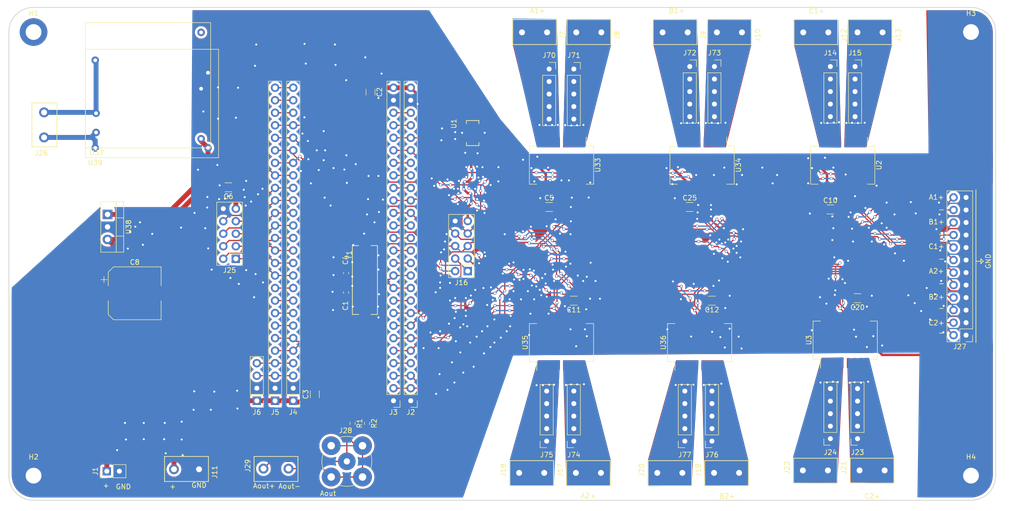
<source format=kicad_pcb>
(kicad_pcb (version 20211014) (generator pcbnew)
  (title_block (title "6CH Current Sensing Module") (date "2020-08-31") (company "Experimental Physics 5 (Biophysics)") (comment 1 "University of Wuerzburg") (comment 2 "Martin Rückert"))
  (layers (0 "F.Cu" signal) (31 "B.Cu" signal) (34 "B.Paste" user) (35 "F.Paste" user) (36 "B.SilkS" user "B.Silkscreen") (37 "F.SilkS" user "F.Silkscreen") (38 "B.Mask" user) (39 "F.Mask" user) (44 "Edge.Cuts" user))
  (net 0 "")
  (net 1 "GND")
  (net 2 "Net-(J2-Pad4)")
  (net 3 "Net-(J2-Pad12)")
  (net 4 "Net-(J2-Pad13)")
  (net 5 "Net-(J2-Pad14)")
  (net 6 "Net-(J2-Pad15)")
  (net 7 "Net-(J2-Pad18)")
  (net 8 "Net-(J2-Pad19)")
  (net 9 "Net-(J2-Pad20)")
  (net 10 "Net-(J4-Pad3)")
  (net 11 "Net-(J4-Pad4)")
  (net 12 "Net-(J4-Pad7)")
  (net 13 "Net-(J4-Pad9)")
  (net 14 "Net-(J4-Pad10)")
  (net 15 "/XTALp")
  (net 16 "+5V")
  (net 17 "/XTALn")
  (net 18 "+3V3")
  (net 19 "/ISenseP_A1")
  (net 20 "/ISenseN_A1")
  (net 21 "/ISenseP_A2")
  (net 22 "/ISenseN_A2")
  (net 23 "/ISenseP_B1")
  (net 24 "/ISenseN_B1")
  (net 25 "Net-(J2-Pad9)")
  (net 26 "/ISenseP_B2")
  (net 27 "/ISenseN_B2")
  (net 28 "/ISenseP_C1")
  (net 29 "/ISenseN_C1")
  (net 30 "Net-(J2-Pad23)")
  (net 31 "Net-(J2-Pad24)")
  (net 32 "Net-(J4-Pad8)")
  (net 33 "/P12.0")
  (net 34 "/P12.1")
  (net 35 "/P12.2")
  (net 36 "/P12.3")
  (net 37 "/P12.4")
  (net 38 "/P12.5")
  (net 39 "/P12.6")
  (net 40 "/P12.7")
  (net 41 "Net-(J4-Pad19)")
  (net 42 "/sig1")
  (net 43 "/ISenseP_C2")
  (net 44 "/ISenseN_C2")
  (net 45 "Net-(J4-Pad24)")
  (net 46 "Net-(J4-Pad25)")
  (net 47 "Net-(J4-Pad26)")
  (net 48 "/senseA1+")
  (net 49 "/senseA1-")
  (net 50 "/senseB1+")
  (net 51 "/senseB1-")
  (net 52 "/senseC1+")
  (net 53 "/senseC1-")
  (net 54 "/senseA2+")
  (net 55 "/senseA2-")
  (net 56 "/senseB2+")
  (net 57 "/senseB2-")
  (net 58 "/senseC2+")
  (net 59 "/senseC2-")
  (net 60 "Net-(U1-Pad3)")
  (net 61 "Net-(U2-Pad16)")
  (net 62 "Net-(U2-Pad9)")
  (net 63 "Net-(U3-Pad16)")
  (net 64 "Net-(U3-Pad9)")
  (net 65 "Net-(U33-Pad16)")
  (net 66 "Net-(U33-Pad9)")
  (net 67 "Net-(U34-Pad16)")
  (net 68 "Net-(U34-Pad9)")
  (net 69 "Net-(U35-Pad16)")
  (net 70 "Net-(U35-Pad9)")
  (net 71 "Net-(U36-Pad16)")
  (net 72 "Net-(U36-Pad9)")
  (net 73 "Net-(U37-Pad5)")
  (net 74 "Net-(U37-Pad3)")
  (net 75 "/ACL")
  (net 76 "/ACN")
  (net 77 "/sig2")
  (net 78 "Net-(H1-Pad1)")
  (net 79 "/Aout+")
  (net 80 "/Aout-")
  (net 81 "Net-(J28-Pad2)")
  (footprint "Connector_PinHeader_2.54mm:PinHeader_1x02_P2.54mm_Vertical" (layer "F.Cu") (at 69.85 144.1 90)
    (fp_text reference "J1")
    (fp_text value "LiPo_Akku")
  )
  (footprint "mps_footprints:screw_conn_2" (layer "F.Cu") (at 83.458 143.64 90)
    (fp_text reference "J11")
    (fp_text value "LiPo_Akku")
  )
  (footprint "Capacitor_SMD:C_1206_3216Metric" (layer "F.Cu") (at 123.298 67.198 -90)
    (fp_text reference "C2")
    (fp_text value "100n")
  )
  (footprint "Capacitor_SMD:C_0603_1608Metric_Pad1.05x0.95mm_HandSolder" (layer "F.Cu") (at 118.345 107.852 -90)
    (fp_text reference "C1")
    (fp_text value "18p")
  )
  (footprint "Connector_PinHeader_2.54mm:PinHeader_1x26_P2.54mm_Vertical" (layer "F.Cu") (at 107.63 129.8 180)
    (fp_text reference "J4")
    (fp_text value "PSoC rhs")
  )
  (footprint "Connector_PinHeader_2.54mm:PinHeader_1x26_P2.54mm_Vertical" (layer "F.Cu") (at 127.95 129.8 180)
    (fp_text reference "J3")
    (fp_text value "PSoC lhs")
  )
  (footprint "Connector_PinHeader_2.54mm:PinHeader_1x04_P2.54mm_Vertical" (layer "F.Cu") (at 100.25 129.8 180)
    (fp_text reference "J6")
    (fp_text value "BLE")
  )
  (footprint "Capacitor_SMD:C_0603_1608Metric_Pad1.05x0.95mm_HandSolder" (layer "F.Cu") (at 118.345 103.915 -90)
    (fp_text reference "C4")
    (fp_text value "18p")
  )
  (footprint "Connector_PinHeader_2.54mm:PinHeader_1x26_P2.54mm_Vertical" (layer "F.Cu") (at 103.95 129.8 180)
    (fp_text reference "J5")
    (fp_text value "board space rhs")
  )
  (footprint "mps_footprints:ABLS_Crystal_18MHz_SMD" (layer "F.Cu") (at 122.155 105.312 -90)
    (fp_text reference "Y1")
    (fp_text value "18 MHz")
  )
  (footprint "Connector_PinHeader_2.54mm:PinHeader_1x26_P2.54mm_Vertical" (layer "F.Cu") (at 131.45 129.8 180)
    (fp_text reference "J2")
    (fp_text value "board space lhs")
  )
  (footprint "Capacitor_SMD:C_1206_3216Metric" (layer "F.Cu") (at 112 128.5 90)
    (fp_text reference "C3")
    (fp_text value "100n")
  )
  (footprint "Capacitor_SMD:C_1206_3216Metric" (layer "F.Cu") (at 159.5 90.5)
    (fp_text reference "C5")
    (fp_text value "100n")
  )
  (footprint "Capacitor_SMD:CP_Elec_10x12.5" (layer "F.Cu") (at 75.5 108)
    (fp_text reference "C8")
    (fp_text value "100u")
  )
  (footprint "Capacitor_SMD:C_1206_3216Metric" (layer "F.Cu") (at 216.5 91)
    (fp_text reference "C10")
    (fp_text value "100n")
  )
  (footprint "Capacitor_SMD:C_1206_3216Metric" (layer "F.Cu") (at 192.5 109.5 180)
    (fp_text reference "C12")
    (fp_text value "100n")
  )
  (footprint "Capacitor_SMD:C_1206_3216Metric" (layer "F.Cu") (at 222 109 180)
    (fp_text reference "C20")
    (fp_text value "100n")
  )
  (footprint "Capacitor_SMD:C_1206_3216Metric" (layer "F.Cu") (at 188 90.5)
    (fp_text reference "C25")
    (fp_text value "100n")
  )
  (footprint "mps_footprints:screw_conn_2" (layer "F.Cu") (at 154 55 90)
    (fp_text reference "J7")
    (fp_text value "IP_A1")
  )
  (footprint "mps_footprints:screw_conn_2" (layer "F.Cu") (at 165 55 90)
    (fp_text reference "J8")
    (fp_text value "IN_A1")
  )
  (footprint "mps_footprints:screw_conn_2" (layer "F.Cu") (at 182.5 55 90)
    (fp_text reference "J9")
    (fp_text value "IP_B1")
  )
  (footprint "mps_footprints:screw_conn_2" (layer "F.Cu") (at 193.5 55 90)
    (fp_text reference "J10")
    (fp_text value "IN_B1")
  )
  (footprint "mps_footprints:screw_conn_2" (layer "F.Cu") (at 211 55 90)
    (fp_text reference "J12")
    (fp_text value "IP_C1")
  )
  (footprint "mps_footprints:screw_conn_2" (layer "F.Cu") (at 222 55 90)
    (fp_text reference "J13")
    (fp_text value "IN_C1")
  )
  (footprint "Connector_PinSocket_2.54mm:PinSocket_1x05_P2.54mm_Vertical" (layer "F.Cu") (at 221.5 62)
    (fp_text reference "J15")
    (fp_text value "IN_Adjust_C1")
  )
  (footprint "Connector_PinHeader_2.54mm:PinHeader_2x05_P2.54mm_Vertical" (layer "F.Cu") (at 143 103.5 180)
    (fp_text reference "J16")
    (fp_text value "CurrentSensing")
  )
  (footprint "Connector_PinSocket_2.54mm:PinSocket_1x05_P2.54mm_Vertical" (layer "F.Cu") (at 159.5 62.5)
    (fp_text reference "J70")
    (fp_text value "IP_Adjust_A1")
  )
  (footprint "Connector_PinSocket_2.54mm:PinSocket_1x05_P2.54mm_Vertical" (layer "F.Cu") (at 164.5 62.5)
    (fp_text reference "J71")
    (fp_text value "IN_Adjust_A1")
  )
  (footprint "Connector_PinSocket_2.54mm:PinSocket_1x05_P2.54mm_Vertical" (layer "F.Cu") (at 188 62)
    (fp_text reference "J72")
    (fp_text value "IP_Adjust_B1")
  )
  (footprint "Connector_PinSocket_2.54mm:PinSocket_1x05_P2.54mm_Vertical" (layer "F.Cu") (at 193 62)
    (fp_text reference "J73")
    (fp_text value "IN_Adjust_B1")
  )
  (footprint "mouseLib_v1:LDO_3p3V_XC6227" (layer "F.Cu") (at 144 75.5 -90)
    (fp_text reference "U1")
    (fp_text value "XC6227")
  )
  (footprint "Package_SO:SOIC-16W_7.5x12.8mm_P1.27mm" (layer "F.Cu") (at 219 82 -90)
    (fp_text reference "U2")
    (fp_text value "MCA1101")
  )
  (footprint "Package_SO:SOIC-16W_7.5x12.8mm_P1.27mm" (layer "F.Cu") (at 219.5 117.5 90)
    (fp_text reference "U3")
    (fp_text value "MCA1101")
  )
  (footprint "Package_SO:SOIC-16W_7.5x12.8mm_P1.27mm" (layer "F.Cu") (at 190.5 82 -90)
    (fp_text reference "U34")
    (fp_text value "MCA1101")
  )
  (footprint "Package_SO:SOIC-16W_7.5x12.8mm_P1.27mm" (layer "F.Cu") (at 162 118 90)
    (fp_text reference "U35")
    (fp_text value "MCA1101")
  )
  (footprint "Package_SO:SOIC-16W_7.5x12.8mm_P1.27mm" (layer "F.Cu") (at 190 118 90)
    (fp_text reference "U36")
    (fp_text value "MCA1101")
  )
  (footprint "mouseLib_v1:ECE5" (layer "F.Cu") (at 65.5 78.5)
    (fp_text reference "U37")
    (fp_text value "ECE5")
  )
  (footprint "Package_TO_SOT_THT:TO-220-3_Vertical" (layer "F.Cu") (at 70 92 -90)
    (fp_text reference "U38")
    (fp_text value "L7805")
  )
  (footprint "mouseLib_v1:ACDC_RAC03" (layer "F.Cu") (at 67.5 78.5)
    (fp_text reference "U39")
    (fp_text value "RAC03")
  )
  (footprint "MountingHole:MountingHole_3.2mm_M3_DIN965_Pad" (layer "F.Cu") (at 55 55)
    (fp_text reference "H1")
    (fp_text value "Mounting")
  )
  (footprint "MountingHole:MountingHole_3.2mm_M3_DIN965_Pad" (layer "F.Cu") (at 55 145)
    (fp_text reference "H2")
    (fp_text value "Mounting")
  )
  (footprint "MountingHole:MountingHole_3.2mm_M3_DIN965_Pad" (layer "F.Cu") (at 245 55)
    (fp_text reference "H3")
    (fp_text value "Mounting")
  )
  (footprint "MountingHole:MountingHole_3.2mm_M3_DIN965_Pad" (layer "F.Cu") (at 245 145)
    (fp_text reference "H4")
    (fp_text value "Mounting")
  )
  (footprint "mps_footprints:screw_conn_2" (layer "F.Cu") (at 57.2 71.3)
    (fp_text reference "J26")
    (fp_text value "PWR_230V")
  )
  (footprint "Package_SO:SOIC-16W_7.5x12.8mm_P1.27mm" (layer "F.Cu") (at 162 82 -90)
    (fp_text reference "U33")
    (fp_text value "MCA1101")
  )
  (footprint "mps_footprints:screw_conn_2" (layer "F.Cu") (at 216 144 -90)
    (fp_text reference "J22")
    (fp_text value "IN_C2")
  )
  (footprint "mps_footprints:screw_conn_2" (layer "F.Cu") (at 227.5 144 -90)
    (fp_text reference "J21")
    (fp_text value "IP_C2")
  )
  (footprint "Connector_PinSocket_2.54mm:PinSocket_1x05_P2.54mm_Vertical" (layer "F.Cu") (at 192.5 138 180)
    (fp_text reference "J76")
    (fp_text value "IP_Adjust_B2")
  )
  (footprint "mps_footprints:screw_conn_2" (layer "F.Cu") (at 170 144.5 -90)
    (fp_text reference "J17")
    (fp_text value "IP_A2")
  )
  (footprint "mps_footprints:screw_conn_2" (layer "F.Cu") (at 158.5 144.5 -90)
    (fp_text reference "J18")
    (fp_text value "IN_A2")
  )
  (footprint "Connector_PinSocket_2.54mm:PinSocket_1x05_P2.54mm_Vertical" (layer "F.Cu") (at 164.5 138 180)
    (fp_text reference "J74")
    (fp_text value "IP_Adjust_A2")
  )
  (footprint "Connector_PinSocket_2.54mm:PinSocket_1x05_P2.54mm_Vertical" (layer "F.Cu") (at 222 137.5 180)
    (fp_text reference "J23")
    (fp_text value "IP_Adjust_C2")
  )
  (footprint "mps_footprints:screw_conn_2" (layer "F.Cu") (at 186.5 144.5 -90)
    (fp_text reference "J20")
    (fp_text value "IN_B2")
  )
  (footprint "Connector_PinSocket_2.54mm:PinSocket_1x05_P2.54mm_Vertical" (layer "F.Cu") (at 159 138 180)
    (fp_text reference "J75")
    (fp_text value "IN_Adjust_A2")
  )
  (footprint "mps_footprints:screw_conn_2" (layer "F.Cu") (at 198 144.5 -90)
    (fp_text reference "J19")
    (fp_text value "IP_B2")
  )
  (footprint "Connector_PinSocket_2.54mm:PinSocket_1x05_P2.54mm_Vertical" (layer "F.Cu") (at 187 138 180)
    (fp_text reference "J77")
    (fp_text value "IN_Adjust_B2")
  )
  (footprint "Connector_PinSocket_2.54mm:PinSocket_1x05_P2.54mm_Vertical" (layer "F.Cu") (at 216.5 137.5 180)
    (fp_text reference "J24")
    (fp_text value "IN_Adjust_C2")
  )
  (footprint "Connector_PinHeader_2.54mm:PinHeader_2x05_P2.54mm_Vertical" (layer "F.Cu") (at 96 101 180)
    (fp_text reference "J25")
    (fp_text value "GPIO_Block")
  )
  (footprint "Connector_Coaxial:BNC_TEConnectivity_1478204_Vertical" (layer "F.Cu") (at 118.5 142.1)
    (fp_text reference "J28")
    (fp_text value "ACombi")
  )
  (footprint "Connector_PinSocket_2.54mm:PinSocket_1x05_P2.54mm_Vertical" (layer "F.Cu") (at 216.5 62)
    (fp_text reference "J14")
    (fp_text value "IP_Adjust_C1")
  )
  (footprint "Connector_PinHeader_2.54mm:PinHeader_2x12_P2.54mm_Vertical" (layer "F.Cu") (at 244 116.5 180)
    (fp_text reference "J27")
    (fp_text value "6CH_Sense")
  )
  (footprint "Resistor_SMD:R_0603_1608Metric_Pad0.98x0.95mm_HandSolder" (layer "F.Cu") (at 119.65 134.4 -90)
    (fp_text reference "R1")
    (fp_text value "0")
  )
  (footprint "Capacitor_SMD:C_1206_3216Metric" (layer "F.Cu") (at 94.5 86.5 180)
    (fp_text reference "C6")
    (fp_text value "100n")
  )
  (footprint "Resistor_SMD:R_0603_1608Metric_Pad0.98x0.95mm_HandSolder" (layer "F.Cu") (at 122.6 134.4 -90)
    (fp_text reference "R2")
    (fp_text value "0")
  )
  (footprint "Capacitor_SMD:C_1206_3216Metric" (layer "F.Cu") (at 164.5 109.5 180)
    (fp_text reference "C11")
    (fp_text value "100n")
  )
  (footprint "mps_footprints:screw_conn_2" (layer "F.Cu") (at 106.68 143.637 -90)
    (fp_text reference "J29")
    (fp_text value "ACombi")
  )
  (gr_line (start 247.5 101.5) (end 247 101) (layer "F.SilkS") (width 0.15))
  (gr_line (start 247 102) (end 247.5 101.5) (layer "F.SilkS") (width 0.15))
  (gr_line (start 246 87) (end 246 118) (layer "F.SilkS") (width 0.15))
  (gr_line (start 246 101.5) (end 247 101.5) (layer "F.SilkS") (width 0.15))
  (gr_line (start 247 101) (end 247 102) (layer "F.SilkS") (width 0.15))
  (gr_line (start 55 50) (end 245 50) (layer "Edge.Cuts") (width 0.15))
  (gr_line (start 55 150) (end 245 150) (layer "Edge.Cuts") (width 0.15))
  (gr_line (start 50 55) (end 50 145) (layer "Edge.Cuts") (width 0.15))
  (gr_line (start 250 145) (end 250 55) (layer "Edge.Cuts") (width 0.15))
  (gr_arc (start 250 145) (mid 248.535534 148.535534) (end 245 150) (layer "Edge.Cuts") (width 0.15))
  (gr_arc (start 50 55) (mid 51.464466 51.464466) (end 55 50) (layer "Edge.Cuts") (width 0.15))
  (gr_arc (start 55 150) (mid 51.464466 148.535534) (end 50 145) (layer "Edge.Cuts") (width 0.15))
  (gr_arc (start 245 50) (mid 248.535534 51.464466) (end 250 55) (layer "Edge.Cuts") (width 0.15))
  (gr_text "GND" (at 73.2 147.25) (layer "F.SilkS") (effects (font (size 1 1))))
  (gr_text "GND" (at 88.538 146.942) (layer "F.SilkS") (effects (font (size 1 1))))
  (gr_text "+" (at 83.204 147.196) (layer "F.SilkS") (effects (font (size 1 1))))
  (gr_text "+" (at 69.7 147) (layer "F.SilkS") (effects (font (size 1 1))))
  (gr_text "-" (at 239 116) (layer "F.SilkS") (effects (font (size 1 1))))
  (gr_text "Aout" (at 114.681 148.59) (layer "F.SilkS") (effects (font (size 1 1))))
  (gr_text "Aout-" (at 106.8705 147.1295) (layer "F.SilkS") (effects (font (size 1 1))))
  (gr_text "C2+" (at 238 114) (layer "F.SilkS") (effects (font (size 1 1))))
  (gr_text "B2+" (at 238 108.75) (layer "F.SilkS") (effects (font (size 1 1))))
  (gr_text "-" (at 239 106) (layer "F.SilkS") (effects (font (size 1 1))))
  (gr_text "A1+" (at 157.1625 50.673) (layer "F.SilkS") (effects (font (size 1 1))))
  (gr_text "-" (at 239 101) (layer "F.SilkS") (effects (font (size 1 1))))
  (gr_text "-" (at 239 91) (layer "F.SilkS") (effects (font (size 1 1))))
  (gr_text "C1+" (at 213.741 50.7365) (layer "F.SilkS") (effects (font (size 1 1))))
  (gr_text "C1+\n" (at 238 98.5) (layer "F.SilkS") (effects (font (size 1 1))))
  (gr_text "-" (at 239 96) (layer "F.SilkS") (effects (font (size 1 1))))
  (gr_text "GND" (at 248.5 101.5 90) (layer "F.SilkS") (effects (font (size 1 1))))
  (gr_text "A2+" (at 167.4495 149.098) (layer "F.SilkS") (effects (font (size 1 1))))
  (gr_text "B1+" (at 185.3565 50.673) (layer "F.SilkS") (effects (font (size 1 1))))
  (gr_text "A2+" (at 238 103.5) (layer "F.SilkS") (effects (font (size 1 1))))
  (gr_text "A1+\n" (at 238 88.5) (layer "F.SilkS") (effects (font (size 1 1))))
  (gr_text "-" (at 239 111) (layer "F.SilkS") (effects (font (size 1 1))))
  (gr_text "B2+" (at 195.58 149.1615) (layer "F.SilkS") (effects (font (size 1 1))))
  (gr_text "Aout+" (at 101.727 147.066) (layer "F.SilkS") (effects (font (size 1 1))))
  (gr_text "C2+" (at 224.9805 149.1615) (layer "F.SilkS") (effects (font (size 1 1))))
  (gr_text "B1+" (at 238 93.5) (layer "F.SilkS") (effects (font (size 1 1))))
  (segment (start 240.895999 107.515001) (end 238.9505 105.569502) (width 0.25) (layer "F.Cu") (net 1))
  (segment (start 242.771 94.869) (end 238.531 94.869) (width 0.25) (layer "F.Cu") (net 1))
  (segment (start 242.7075 112.7125) (end 240.4745 112.7125) (width 0.25) (layer "F.Cu") (net 1))
  (segment (start 90.36 65.1) (end 88.96 66.5) (width 1) (layer "F.Cu") (net 1))
  (segment (start 240.4745 112.7125) (end 239.4585 111.6965) (width 0.25) (layer "F.Cu") (net 1))
  (segment (start 244 91.1) (end 242.824999 92.275001) (width 0.25) (layer "F.Cu") (net 1))
  (segment (start 238.9505 105.569502) (end 238.9505 105.4735) (width 0.25) (layer "F.Cu") (net 1))
  (segment (start 90.36 63.26) (end 90.36 65.1) (width 1) (layer "F.Cu") (net 1))
  (segment (start 242.824999 92.275001) (end 238.875001 92.275001) (width 0.25) (layer "F.Cu") (net 1))
  (segment (start 244 93.64) (end 242.771 94.869) (width 0.25) (layer "F.Cu") (net 1))
  (segment (start 239.4585 111.6965) (end 239.4585 110.5535) (width 0.25) (layer "F.Cu") (net 1))
  (segment (start 244 111.42) (end 242.7075 112.7125) (width 0.25) (layer "F.Cu") (net 1))
  (segment (start 244 106.34) (end 242.824999 107.515001) (width 0.25) (layer "F.Cu") (net 1))
  (segment (start 238.875001 92.275001) (end 238.6 92) (width 0.25) (layer "F.Cu") (net 1))
  (segment (start 242.824999 107.515001) (end 240.895999 107.515001) (width 0.25) (layer "F.Cu") (net 1))
  (segment (start 238.531 94.869) (end 238 95.4) (width 0.25) (layer "F.Cu") (net 1))
  (via (at 147.6 118.9) (size 0.6) (drill 0.4) (layers "F.Cu" "B.Cu") (net 1))
  (via (at 160.5 105.5) (size 0.6) (drill 0.4) (layers "F.Cu" "B.Cu") (net 1))
  (via (at 145.161 84.5185) (size 0.6) (drill 0.4) (layers "F.Cu" "B.Cu") (net 1))
  (via (at 227.4 98.1) (size 0.6) (drill 0.4) (layers "F.Cu" "B.Cu") (net 1))
  (via (at 165.3 104.4) (size 0.6) (drill 0.4) (layers "F.Cu" "B.Cu") (net 1))
  (via (at 115.6 107.7) (size 0.6) (drill 0.4) (layers "F.Cu" "B.Cu") (net 1))
  (via (at 73.533 134.3025) (size 0.6) (drill 0.4) (layers "F.Cu" "B.Cu") (net 1))
  (via (at 232.8 89.5) (size 0.6) (drill 0.4) (layers "F.Cu" "B.Cu") (net 1))
  (via (at 137.5 104.4) (size 0.6) (drill 0.4) (layers "F.Cu" "B.Cu") (net 1))
  (via (at 189.7 90.1) (size 0.6) (drill 0.4) (layers "F.Cu" "B.Cu") (net 1))
  (via (at 141.1 87.7) (size 0.6) (drill 0.4) (layers "F.Cu" "B.Cu") (net 1))
  (via (at 142.7 89.3) (size 0.6) (drill 0.4) (layers "F.Cu" "B.Cu") (net 1))
  (via (at 113.8 81) (size 0.6) (drill 0.4) (layers "F.Cu" "B.Cu") (net 1))
  (via (at 205.7 84) (size 0.6) (drill 0.4) (layers "F.Cu" "B.Cu") (net 1))
  (via (at 92.71 86.106) (size 0.6) (drill 0.4) (layers "F.Cu" "B.Cu") (net 1))
  (via (at 192.3 92.4) (size 0.6) (drill 0.4) (layers "F.Cu" "B.Cu") (net 1))
  (via (at 159.4 100) (size 0.6) (drill 0.4) (layers "F.Cu" "B.Cu") (net 1))
  (via (at 101.5 105.8) (size 0.6) (drill 0.4) (layers "F.Cu" "B.Cu") (net 1))
  (via (at 109.9 72.3) (size 0.6) (drill 0.4) (layers "F.Cu" "B.Cu") (net 1))
  (via (at 197.5 98.4) (size 0.6) (drill 0.4) (layers "F.Cu" "B.Cu") (net 1))
  (via (at 157.9 108.4) (size 0.6) (drill 0.4) (layers "F.Cu" "B.Cu") (net 1))
  (via (at 216.154 105.029) (size 0.6) (drill 0.4) (layers "F.Cu" "B.Cu") (net 1))
  (via (at 148.4 118) (size 0.6) (drill 0.4) (layers "F.Cu" "B.Cu") (net 1))
  (via (at 186.2 109.2) (size 0.6) (drill 0.4) (layers "F.Cu" "B.Cu") (net 1))
  (via (at 135.7 84.7) (size 0.6) (drill 0.4) (layers "F.Cu" "B.Cu") (net 1))
  (via (at 184.9755 88.7095) (size 0.6) (drill 0.4) (layers "F.Cu" "B.Cu") (net 1))
  (via (at 137.4 106.9) (size 0.6) (drill 0.4) (layers "F.Cu" "B.Cu") (net 1))
  (via (at 139.4 105.9) (size 0.6) (drill 0.4) (layers "F.Cu" "B.Cu") (net 1))
  (via (at 96.3295 131.3815) (size 0.6) (drill 0.4) (layers "F.Cu" "B.Cu") (net 1))
  (via (at 188.8 106.1) (size 0.6) (drill 0.4) (layers "F.Cu" "B.Cu") (net 1))
  (via (at 156.9 106.6) (size 0.6) (drill 0.4) (layers "F.Cu" "B.Cu") (net 1))
  (via (at 97.8 88.5) (size 0.6) (drill 0.4) (layers "F.Cu" "B.Cu") (net 1))
  (via (at 138.2 99.1) (size 0.6) (drill 0.4) (layers "F.Cu" "B.Cu") (net 1))
  (via (at 146.431 99.695) (size 0.6) (drill 0.4) (layers "F.Cu" "B.Cu") (net 1))
  (via (at 220.091 101.4) (size 0.6) (drill 0.4) (layers "F.Cu" "B.Cu") (net 1))
  (via (at 189.5 92.9) (size 0.6) (drill 0.4) (layers "F.Cu" "B.Cu") (net 1))
  (via (at 236.0295 106.934) (size 0.6) (drill 0.4) (layers "F.Cu" "B.Cu") (net 1))
  (via (at 224.9 108.5) (size 0.6) (drill 0.4) (layers "F.Cu" "B.Cu") (net 1))
  (via (at 194.5 97.9) (size 0.6) (drill 0.4) (layers "F.Cu" "B.Cu") (net 1))
  (via (at 160.3 88.6) (size 0.6) (drill 0.4) (layers "F.Cu" "B.Cu") (net 1))
  (via (at 111.2 85.7) (size 0.6) (drill 0.4) (layers "F.Cu" "B.Cu") (net 1))
  (via (at 109.2 83.2) (size 0.6) (drill 0.4) (layers "F.Cu" "B.Cu") (net 1))
  (via (at 152.4 105.2) (size 0.6) (drill 0.4) (layers "F.Cu" "B.Cu") (net 1))
  (via (at 119.6 104.6) (size 0.6) (drill 0.4) (layers "F.Cu" "B.Cu") (net 1))
  (via (at 153.5 105.3) (size 0.6) (drill 0.4) (layers "F.Cu" "B.Cu") (net 1))
  (via (at 233.8 91.8) (size 0.6) (drill 0.4) (layers "F.Cu" "B.Cu") (net 1))
  (via (at 151.4 102) (size 0.6) (drill 0.4) (layers "F.Cu" "B.Cu") (net 1))
  (via (at 214.4 108.8) (size 0.6) (drill 0.4) (layers "F.Cu" "B.Cu") (net 1))
  (via (at 97.6 87) (size 0.6) (drill 0.4) (layers "F.Cu" "B.Cu") (net 1))
  (via (at 159.385 112.141) (size 0.6) (drill 0.4) (layers "F.Cu" "B.Cu") (net 1))
  (via (at 88.3285 82.931) (size 0.6) (drill 0.4) (layers "F.Cu" "B.Cu") (net 1))
  (via (at 89.408 71.12) (size 0.6) (drill 0.4) (layers "F.Cu" "B.Cu") (net 1))
  (via (at 140.462 76.708) (size 0.6) (drill 0.4) (layers "F.Cu" "B.Cu") (net 1))
  (via (at 232.3 108.4) (size 0.6) (drill 0.4) (layers "F.Cu" "B.Cu") (net 1))
  (via (at 184.6 105.6) (size 0.6) (drill 0.4) (layers "F.Cu" "B.Cu") (net 1))
  (via (at 132.842 69.596) (size 0.6) (drill 0.4) (layers "F.Cu" "B.Cu") (net 1))
  (via (at 154.2 80.9) (size 0.6) (drill 0.4) (layers "F.Cu" "B.Cu") (net 1))
  (via (at 156 106.426) (size 0.6) (drill 0.4) (layers "F.Cu" "B.Cu") (net 1))
  (via (at 122.6 92) (size 0.6) (drill 0.4) (layers "F.Cu" "B.Cu") (net 1))
  (via (at 114 88.6) (size 0.6) (drill 0.4) (layers "F.Cu" "B.Cu") (net 1))
  (via (at 155.194 107.569) (size 0.6) (drill 0.4) (layers "F.Cu" "B.Cu") (net 1))
  (via (at 92.2655 81.9785) (size 0.6) (drill 0.4) (layers "F.Cu" "B.Cu") (net 1))
  (via (at 239.4 115.9) (size 0.6) (drill 0.4) (layers "F.Cu" "B.Cu") (net 1))
  (via (at 198.6 84) (size 0.6) (drill 0.4) (layers "F.Cu" "B.Cu") (net 1))
  (via (at 100.1395 57.531) (size 0.6) (drill 0.4) (layers "F.Cu" "B.Cu") (net 1))
  (via (at 137.6 99.7) (size 0.6) (drill 0.4) (layers "F.Cu" "B.Cu") (net 1))
  (via (at 116.078 57.531) (size 0.6) (drill 0.4) (layers "F.Cu" "B.Cu") (net 1))
  (via (at 119.7 110.7) (size 0.6) (drill 0.4) (layers "F.Cu" "B.Cu") (net 1))
  (via (at 188.2775 116.7765) (size 0.6) (drill 0.4) (layers "F.Cu" "B.Cu") (net 1))
  (via (at 124.8 110.7) (size 0.6) (drill 0.4) (layers "F.Cu" "B.Cu") (net 1))
  (via (at 158.1 104.9) (size 0.6) (drill 0.4) (layers "F.Cu" "B.Cu") (net 1))
  (via (at 99.8855 61.849) (size 0.6) (drill 0.4) (layers "F.Cu" "B.Cu") (net 1))
  (via (at 197.9 116.8) (size 0.6) (drill 0.4) (layers "F.Cu" "B.Cu") (net 1))
  (via (at 147.6375 86.0425) (size 0.6) (drill 0.4) (layers "F.Cu" "B.Cu") (net 1))
  (via (at 118.364 64.77) (size 0.6) (drill 0.4) (layers "F.Cu" "B.Cu") (net 1))
  (via (at 138.7 96) (size 0.6) (drill 0.4) (layers "F.Cu" "B.Cu") (net 1))
  (via (at 157.1 80.3) (size 0.6) (drill 0.4) (layers "F.Cu" "B.Cu") (net 1))
  (via (at 138.4 97.5) (size 0.6) (drill 0.4) (layers "F.Cu" "B.Cu") (net 1))
  (via (at 94.9 104.9) (size 0.6) (drill 0.4) (layers "F.Cu" "B.Cu") (net 1))
  (via (at 140.462 108.966) (size 0.6) (drill 0.4) (layers "F.Cu" "B.Cu") (net 1))
  (via (at 218.948 105.156) (size 0.6) (drill 0.4) (layers "F.Cu" "B.Cu") (net 1))
  (via (at 162.814 99.568) (size 0.6) (drill 0.4) (layers "F.Cu" "B.Cu") (net 1))
  (via (at 153.797 109.22) (size 0.6) (drill 0.4) (layers "F.Cu" "B.Cu") (net 1))
  (via (at 141 89.9) (size 0.6) (drill 0.4) (layers "F.Cu" "B.Cu") (net 1))
  (via (at 141.859 75.438) (size 0.6) (drill 0.4) (layers "F.Cu" "B.Cu") (net 1))
  (via (at 239.776 101.5365) (size 0.6) (drill 0.4) (layers "F.Cu" "B.Cu") (net 1))
  (via (at 140.3 126.1) (size 0.6) (drill 0.4) (layers "F.Cu" "B.Cu") (net 1))
  (via (at 138.9 84.9) (size 0.6) (drill 0.4) (layers "F.Cu" "B.Cu") (net 1))
  (via (at 189.6 91.6) (size 0.6) (drill 0.4) (layers "F.Cu" "B.Cu") (net 1))
  (via (at 152.7 95.6) (size 0.6) (drill 0.4) (layers "F.Cu" "B.Cu") (net 1))
  (via (at 77.343 134.3025) (size 0.6) (drill 0.4) (layers "F.Cu" "B.Cu") (net 1))
  (via (at 194.9 94.8) (size 0.6) (drill 0.4) (layers "F.Cu" "B.Cu") (net 1))
  (via (at 74.1045 98.933) (size 0.6) (drill 0.4) (layers "F.Cu" "B.Cu") (net 1))
  (via (at 122.9 84.2) (size 0.6) (drill 0.4) (layers "F.Cu" "B.Cu") (net 1))
  (via (at 73.7235 137.668) (size 0.6) (drill 0.4) (layers "F.Cu" "B.Cu") (net 1))
  (via (at 157.7 88.7) (size 0.6) (drill 0.4) (layers "F.Cu" "B.Cu") (net 1))
  (via (at 124.9045 68.3895) (size 0.6) (drill 0.4) (layers "F.Cu" "B.Cu") (net 1))
  (via (at 147.7 106.8) (size 0.6) (drill 0.4) (layers "F.Cu" "B.Cu") (net 1))
  (via (at 124.9 112.9) (size 0.6) (drill 0.4) (layers "F.Cu" "B.Cu") (net 1))
  (via (at 96.012 72.39) (size 0.6) (drill 0.4) (layers "F.Cu" "B.Cu") (net 1))
  (via (at 142.621 112.6) (size 0.6) (drill 0.4) (layers "F.Cu" "B.Cu") (net 1))
  (via (at 202.7 82.5) (size 0.6) (drill 0.4) (layers "F.Cu" "B.Cu") (net 1))
  (via (at 124.9 100.3) (size 0.6) (drill 0.4) (layers "F.Cu" "B.Cu") (net 1))
  (via (at 118.4 80) (size 0.6) (drill 0.4) (layers "F.Cu" "B.Cu") (net 1))
  (via (at 154.305 103.251) (size 0.6) (drill 0.4) (layers "F.Cu" "B.Cu") (net 1))
  (via (at 217.7 88.8) (size 0.6) (drill 0.4) (layers "F.Cu" "B.Cu") (net 1))
  (via (at 122.8 88.9) (size 0.6) (drill 0.4) (layers "F.Cu" "B.Cu") (net 1))
  (via (at 90.2 90.6) (size 0.6) (drill 0.4) (layers "F.Cu" "B.Cu") (net 1))
  (via (at 139.8 122) (size 0.6) (drill 0.4) (layers "F.Cu" "B.Cu") (net 1))
  (via (at 146.177 106.934) (size 0.6) (drill 0.4) (layers "F.Cu" "B.Cu") (net 1))
  (via (at 155.448 116.459) (size 0.6) (drill 0.4) (layers "F.Cu" "B.Cu") (net 1))
  (via (at 154.2 95.4) (size 0.6) (drill 0.4) (layers "F.Cu" "B.Cu") (net 1))
  (via (at 87.63 91.694) (size 0.6) (drill 0.4) (layers "F.Cu" "B.Cu") (net 1))
  (via (at 221.4 110.8) (size 0.6) (drill 0.4) (layers "F.Cu" "B.Cu") (net 1))
  (via (at 220.2 92.5) (size 0.6) (drill 0.4) (layers "F.Cu" "B.Cu") (net 1))
  (via (at 219.6 83.9) (size 0.6) (drill 0.4) (layers "F.Cu" "B.Cu") (net 1))
  (via (at 112.8 83) (size 0.6) (drill 0.4) (layers "F.Cu" "B.Cu") (net 1))
  (via (at 212.344 91.821) (size 0.6) (drill 0.4) (layers "F.Cu" "B.Cu") (net 1))
  (via (at 120.3 81.8) (size 0.6) (drill 0.4) (layers "F.Cu" "B.Cu") (net 1))
  (via (at 183.4515 115.316) (size 0.6) (drill 0.4) (layers "F.Cu" "B.Cu") (net 1))
  (via (at 154.305 105.1) (size 0.6) (drill 0.4) (layers "F.Cu" "B.Cu") (net 1))
  (via (at 141 86.8) (size 0.6) (drill 0.4) (layers "F.Cu" "B.Cu") (net 1))
  (via (at 163.576 111.379) (size 0.6) (drill 0.4) (layers "F.Cu" "B.Cu") (net 1))
  (via (at 115.8 104.3) (size 0.6) (drill 0.4) (layers "F.Cu" "B.Cu") (net 1))
  (via (at 212.8 82.6) (size 0.6) (drill 0.4) (layers "F.Cu" "B.Cu") (net 1))
  (via (at 85.217 140.843) (size 0.6) (drill 0.4) (layers "F.Cu" "B.Cu") (net 1))
  (via (at 217.297 100.711) (size 0.6) (drill 0.4) (layers "F.Cu" "B.Cu") (net 1))
  (via (at 135.4455 115.951) (size 0.6) (drill 0.4) (layers "F.Cu" "B.Cu") (net 1))
  (via (at 81.5975 134.3025) (size 0.6) (drill 0.4) (layers "F.Cu" "B.Cu") (net 1))
  (via (at 149.2 85.3) (size 0.6) (drill 0.4) (layers "F.Cu" "B.Cu") (net 1))
  (via (at 145.3 101.9) (size 0.6) (drill 0.4) (layers "F.Cu" "B.Cu") (net 1))
  (via (at 119.8 98.2) (size 0.6) (drill 0.4) (layers "F.Cu" "B.Cu") (net 1))
  (via (at 221.2975 115.3795) (size 0.6) (drill 0.4) (layers "F.Cu" "B.Cu") (net 1))
  (via (at 167.005 111.252) (size 0.6) (drill 0.4) (layers "F.Cu" "B.Cu") (net 1))
  (via (at 167.513 88.5825) (size 0.6) (drill 0.4) (layers "F.Cu" "B.Cu") (net 1))
  (via (at 184.4675 85.852) (size 0.6) (drill 0.4) (layers "F.Cu" "B.Cu") (net 1))
  (via (at 229.5 92) (size 0.6) (drill 0.4) (layers "F.Cu" "B.Cu") (net 1))
  (via (at 143.5 118) (size 0.6) (drill 0.4) (layers "F.Cu" "B.Cu") (net 1))
  (via (at 124.9 103.2) (size 0.6) (drill 0.4) (layers "F.Cu" "B.Cu") (net 1))
  (via (at 159 94.4) (size 0.6) (drill 0.4) (layers "F.Cu" "B.Cu") (net 1))
  (via (at 140.335 113.03) (size 0.6) (drill 0.4) (layers "F.Cu" "B.Cu") (net 1))
  (via (at 115.7 111.4) (size 0.6) (drill 0.4) (layers "F.Cu" "B.Cu") (net 1))
  (via (at 217.1 94.8) (size 0.6) (drill 0.4) (layers "F.Cu" "B.Cu") (net 1))
  (via (at 145.9865 82.423) (size 0.6) (drill 0.4) (layers "F.Cu" "B.Cu") (net 1))
  (via (at 144.9 91.2) (size 0.6) (drill 0.4) (layers "F.Cu" "B.Cu") (net 1))
  (via (at 115.8 82.6) (size 0.6) (drill 0.4) (layers "F.Cu" "B.Cu") (net 1))
  (via (at 159.3 82.5) (size 0.6) (drill 0.4) (layers "F.Cu" "B.Cu") (net 1))
  (via (at 140.589 117.729) (size 0.6) (drill 0.4) (layers "F.Cu" "B.Cu") (net 1))
  (via (at 198.5 119.2) (size 0.6) (drill 0.4) (layers "F.Cu" "B.Cu") (net 1))
  (via (at 118.5 85.6) (size 0.6) (drill 0.4) (layers "F.Cu" "B.Cu") (net 1))
  (via (at 96.266 127.762) (size 0.6) (drill 0.4) (layers "F.Cu" "B.Cu") (net 1))
  (via (at 236.7 113.3) (size 0.6) (drill 0.4) (layers "F.Cu" "B.Cu") (net 1))
  (via (at 143.637 108.458) (size 0.6) (drill 0.4) (layers "F.Cu" "B.Cu") (net 1))
  (via (at 146.3 120.2) (size 0.6) (drill 0.4) (layers "F.Cu" "B.Cu") (net 1))
  (via (at 149.225 82.423) (size 0.6) (drill 0.4) (layers "F.Cu" "B.Cu") (net 1))
  (via (at 185.6 82.4) (size 0.6) (drill 0.4) (layers "F.Cu" "B.Cu") (net 1))
  (via (at 156.464 109.22) (size 0.6) (drill 0.4) (layers "F.Cu" "B.Cu") (net 1))
  (via (at 238.9505 105.4735) (size 0.6) (drill 0.4) (layers "F.Cu" "B.Cu") (net 1))
  (via (at 144.2 122.9) (size 0.6) (drill 0.4) (layers "F.Cu" "B.Cu") (net 1))
  (via (at 90.4 98.9) (size 0.6) (drill 0.4) (layers "F.Cu" "B.Cu") (net 1))
  (via (at 77.343 137.6045) (size 0.6) (drill 0.4) (layers "F.Cu" "B.Cu") (net 1))
  (via (at 152.273 107.569) (size 0.6) (drill 0.4) (layers "F.Cu" "B.Cu") (net 1))
  (via (at 96.6 106.1) (size 0.6) (drill 0.4) (layers "F.Cu" "B.Cu") (net 1))
  (via (at 144.7 87.9) (size 0.6) (drill 0.4) (layers "F.Cu" "B.Cu") (net 1))
  (via (at 137.0965 119.126) (size 0.6) (drill 0.4) (layers "F.Cu" "B.Cu") (net 1))
  (via (at 77.1525 98.171) (size 0.6) (drill 0.4) (layers "F.Cu" "B.Cu") (net 1))
  (via (at 91.1 103.2) (size 0.6) (drill 0.4) (layers "F.Cu" "B.Cu") (net 1))
  (via (at 100.5 87.9) (size 0.6) (drill 0.4) (layers "F.Cu" "B.Cu") (net 1))
  (via (at 119.6 101.7) (size 0.6) (drill 0.4) (layers "F.Cu" "B.Cu") (net 1))
  (via (at 137.795 74.549) (size 0.6) (drill 0.4) (layers "F.Cu" "B.Cu") (net 1))
  (via (at 191.77 111.252) (size 0.6) (drill 0.4) (layers "F.Cu" "B.Cu") (net 1))
  (via (at 150.9 115.7) (size 0.6) (drill 0.4) (layers "F.Cu" "B.Cu") (net 1))
  (via (at 225.8695 86.1695) (size 0.6) (drill 0.4) (layers "F.Cu" "B.Cu") (net 1))
  (via (at 142.7 82.4) (size 0.6) (drill 0.4) (layers "F.Cu" "B.Cu") (net 1))
  (via (at 110.1725 61.4045) (size 0.6) (drill 0.4) (layers "F.Cu" "B.Cu") (net 1))
  (via (at 212.725 115.5065) (size 0.6) (drill 0.4) (layers "F.Cu" "B.Cu") (net 1))
  (via (at 156.5 85.3) (size 0.6) (drill 0.4) (layers "F.Cu" "B.Cu") (net 1))
  (via (at 194.6 100.9) (size 0.6) (drill 0.4) (layers "F.Cu" "B.Cu") (net 1))
  (via (at 125.8 89) (size 0.6) (drill 0.4) (layers "F.Cu" "B.Cu") (net 1))
  (via (at 144.8 116.8) (size 0.6) (drill 0.4) (layers "F.Cu" "B.Cu") (net 1))
  (via (at 221.1 97.5) (size 0.6) (drill 0.4) (layers "F.Cu" "B.Cu") (net 1))
  (via (at 143.3 86.7) (size 0.6) (drill 0.4) (layers "F.Cu" "B.Cu") (net 1))
  (via (at 159.7 85.1) (size 0.6) (drill 0.4) (layers "F.Cu" "B.Cu") (net 1))
  (via (at 195.1 119) (size 0.6) (drill 0.4) (layers "F.Cu" "B.Cu") (net 1))
  (via (at 198.4 97.5) (size 0.6) (drill 0.4) (layers "F.Cu" "B.Cu") (net 1))
  (via (at 194.2 116.9) (size 0.6) (drill 0.4) (layers "F.Cu" "B.Cu") (net 1))
  (via (at 137.4 105.8) (size 0.6) (drill 0.4) (layers "F.Cu" "B.Cu") (net 1))
  (via (at 146.939 110.363) (size 0.6) (drill 0.4) (layers "F.Cu" "B.Cu") (net 1))
  (via (at 94.4 88.3) (size 0.6) (drill 0.4) (layers "F.Cu" "B.Cu") (net 1))
  (via (at 196.088 115.189) (size 0.6) (drill 0.4) (layers "F.Cu" "B.Cu") (net 1))
  (via (at 162.687 110.617) (size 0.6) (drill 0.4) (layers "F.Cu" "B.Cu") (net 1))
  (via (at 192.8 106.5) (size 0.6) (drill 0.4) (layers "F.Cu" "B.Cu") (net 1))
  (via (at 112.4 79) (size 0.6) (drill 0.4) (layers "F.Cu" "B.Cu") (net 1))
  (via (at 227.9 94.7) (size 0.6) (drill 0.4) (layers "F.Cu" "B.Cu") (net 1))
  (via (at 163.8 102) (size 0.6) (drill 0.4) (layers "F.Cu" "B.Cu") (net 1))
  (via (at 110.7 80.8) (size 0.6) (drill 0.4) (layers "F.Cu" "B.Cu") (net 1))
  (via (at 223.9 118.9) (size 0.6) (drill 0.4) (layers "F.Cu" "B.Cu") (net 1))
  (via (at 115.2 90.2) (size 0.6) (drill 0.4) (layers "F.Cu" "B.Cu") (net 1))
  (via (at 137.668 76.962) (size 0.6) (drill 0.4) (layers "F.Cu" "B.Cu") (net 1))
  (via (at 75.6285 94.488) (size 0.6) (drill 0.4) (layers "F.Cu" "B.Cu") (net 1))
  (via (at 219.456 105.918) (size 0.6) (drill 0.4) (layers "F.Cu" "B.Cu") (net 1))
  (via (at 149.7 117) (size 0.6) (drill 0.4) (layers "F.Cu" "B.Cu") (net 1))
  (via (at 152.273 101.727) (size 0.6) (drill 0.4) (layers "F.Cu" "B.Cu") (net 1))
  (via (at 160.2 102.2) (size 0.6) (drill 0.4) (layers "F.Cu" "B.Cu") (net 1))
  (via (at 90.2335 88.4555) (size 0.6) (drill 0.4) (layers "F.Cu" "B.Cu") (net 1))
  (via (at 195 82.5) (size 0.6) (drill 0.4) (layers "F.Cu" "B.Cu") (net 1))
  (via (at 140.2 86.8) (size 0.6) (drill 0.4) (layers "F.Cu" "B.Cu") (net 1))
  (via (at 145.9 115.7) (size 0.6) (drill 0.4) (layers "F.Cu" "B.Cu") (net 1))
  (via (at 146.1 84.4) (size 0.6) (drill 0.4) (layers "F.Cu" "B.Cu") (net 1))
  (via (at 141.5 120) (size 0.6) (drill 0.4) (layers "F.Cu" "B.Cu") (net 1))
  (via (at 167.132 116.713) (size 0.6) (drill 0.4) (layers "F.Cu" "B.Cu") (net 1))
  (via (at 195.8 97.1) (size 0.6) (drill 0.4) (layers "F.Cu" "B.Cu") (net 1))
  (via (at 216.9 97.2) (size 0.6) (drill 0.4) (layers "F.Cu" "B.Cu") (net 1))
  (via (at 155.8 94.5) (size 0.6) (drill 0.4) (layers "F.Cu" "B.Cu") (net 1))
  (via (at 160.8 93) (size 0.6) (drill 0.4) (layers "F.Cu" "B.Cu") (net 1))
  (via (at 167.132 104.648) (size 0.6) (drill 0.4) (layers "F.Cu" "B.Cu") (net 1))
  (via (at 74.549 95.504) (size 0.6) (drill 0.4) (layers "F.Cu" "B.Cu") (net 1))
  (via (at 192.3 90.1) (size 0.6) (drill 0.4) (layers "F.Cu" "B.Cu") (net 1))
  (via (at 98.1 85.2) (size 0.6) (drill 0.4) (layers "F.Cu" "B.Cu") (net 1))
  (via (at 122.2375 60.1345) (size 0.6) (drill 0.4) (layers "F.Cu" "B.Cu") (net 1))
  (via (at 166.751 115.316) (size 0.6) (drill 0.4) (layers "F.Cu" "B.Cu") (net 1))
  (via (at 145.4 85.2) (size 0.6) (drill 0.4) (layers "F.Cu" "B.Cu") (net 1))
  (via (at 147 114.7) (size 0.6) (drill 0.4) (layers "F.Cu" "B.Cu") (net 1))
  (via (at 162 85.1) (size 0.6) (drill 0.4) (layers "F.Cu" "B.Cu") (net 1))
  (via (at 110.6 77.1) (size 0.6) (drill 0.4) (layers "F.Cu" "B.Cu") (net 1))
  (via (at 192.9 100) (size 0.6) (drill 0.4) (layers "F.Cu" "B.Cu") (net 1))
  (via (at 134.0485 119.126) (size 0.6) (drill 0.4) (layers "F.Cu" "B.Cu") (net 1))
  (via (at 221.7 116.8) (size 0.6) (drill 0.4) (layers "F.Cu" "B.Cu") (net 1))
  (via (at 122 95.9) (size 0.6) (drill 0.4) (layers "F.Cu" "B.Cu") (net 1))
  (via (at 150.1 104) (size 0.6) (drill 0.4) (layers "F.Cu" "B.Cu") (net 1))
  (via (at 146.431 75.438) (size 0.6) (drill 0.4) (layers "F.Cu" "B.Cu") (net 1))
  (via (at 146.3 89.2) (size 0.6) (drill 0.4) (layers "F.Cu" "B.Cu") (net 1))
  (via (at 113.8 75.1) (size 0.6) (drill 0.4) (layers "F.Cu" "B.Cu") (net 1))
  (via (at 220.9 94.9) (size 0.6) (drill 0.4) (layers "F.Cu" "B.Cu") (net 1))
  (via (at 148.4 113.3) (size 0.6) (drill 0.4) (layers "F.Cu" "B.Cu") (net 1))
  (via (at 139.192 114.173) (size 0.6) (drill 0.4) (layers "F.Cu" "B.Cu") (net 1))
  (via (at 183.3 82.6) (size 0.6) (drill 0.4) (layers "F.Cu" "B.Cu") (net 1))
  (via (at 98.1 103.3) (size 0.6) (drill 0.4) (layers "F.Cu" "B.Cu") (net 1))
  (via (at 90.932 131.6355) (size 0.6) (drill 0.4) (layers "F.Cu" "B.Cu") (net 1))
  (via (at 137.287 124.3965) (size 0.6) (drill 0.4) (layers "F.Cu" "B.Cu") (net 1))
  (via (at 142.1 124.1) (size 0.6) (drill 0.4) (layers "F.Cu" "B.Cu") (net 1))
  (via (at 155.575 103.124) (size 0.6) (drill 0.4) (layers "F.Cu" "B.Cu") (net 1))
  (via (at 116.205 61.6585) (size 0.6) (drill 0.4) (layers "F.Cu" "B.Cu") (net 1))
  (via (at 215.4 80.5) (size 0.6) (drill 0.4) (layers "F.Cu" "B.Cu") (net 1))
  (via (at 115.8 100.7) (size 0.6) (drill 0.4) (layers "F.Cu" "B.Cu") (net 1))
  (via (at 84.8995 94.6785) (size 0.6) (drill 0.4) (layers "F.Cu" "B.Cu") (net 1))
  (via (at 233.6 110) (size 0.6) (drill 0.4) (layers "F.Cu" "B.Cu") (net 1))
  (via (at 162.9 102.6) (size 0.6) (drill 0.4) (layers "F.Cu" "B.Cu") (net 1))
  (via (at 142.621 108.966) (size 0.6) (drill 0.4) (layers "F.Cu" "B.Cu") (net 1))
  (via (at 234.9 111.6) (size 0.6) (drill 0.4) (layers "F.Cu" "B.Cu") (net 1))
  (via (at 101.4 86.8) (size 0.6) (drill 0.4) (layers "F.Cu" "B.Cu") (net 1))
  (via (at 98 90.2) (size 0.6) (drill 0.4) (layers "F.Cu" "B.Cu") (net 1))
  (via (at 92.3925 72.5805) (size 0.6) (drill 0.4) (layers "F.Cu" "B.Cu") (net 1))
  (via (at 163.5 85.1) (size 0.6) (drill 0.4) (layers "F.Cu" "B.Cu") (net 1))
  (via (at 157.6 107.3) (size 0.6) (drill 0.4) (layers "F.Cu" "B.Cu") (net 1))
  (via (at 239.4585 110.5535) (size 0.6) (drill 0.4) (layers "F.Cu" "B.Cu") (net 1))
  (via (at 145 79.6) (size 0.6) (drill 0.4) (layers "F.Cu" "B.Cu") (net 1))
  (via (at 92.3925 66.2305) (size 0.6) (drill 0.4) (layers "F.Cu" "B.Cu") (net 1))
  (via (at 155.702 112.141) (size 0.6) (drill 0.4) (layers "F.Cu" "B.Cu") (net 1))
  (via (at 169.8 109.1) (size 0.6) (drill 0.4) (layers "F.Cu" "B.Cu") (net 1))
  (via (at 92.6 88.9) (size 0.6) (drill 0.4) (layers "F.Cu" "B.Cu") (net 1))
  (via (at 144.9 82.3) (size 0.6) (drill 0.4) (layers "F.Cu" "B.Cu") (net 1))
  (via (at 79.0575 95.9485) (size 0.6) (drill 0.4) (layers "F.Cu" "B.Cu") (net 1))
  (via (at 231.4 101.4) (size 0.6) (drill 0.4) (layers "F.Cu" "B.Cu") (net 1))
  (via (at 155.9 82.6) (size 0.6) (drill 0.4) (layers "F.Cu" "B.Cu") (net 1))
  (via (at 125.5395 63.4365) (size 0.6) (drill 0.4) (layers "F.Cu" "B.Cu") (net 1))
  (via (at 195.7 101.6) (size 0.6) (drill 0.4) (layers "F.Cu" "B.Cu") (net 1))
  (via (at 192.532 115.824) (size 0.6) (drill 0.4) (layers "F.Cu" "B.Cu") (net 1))
  (via (at 163.9 90.5) (size 0.6) (drill 0.4) (layers "F.Cu" "B.Cu") (net 1))
  (via (at 215.7 110.1) (size 0.6) (drill 0.4) (layers "F.Cu" "B.Cu") (net 1))
  (via (at 142.113 114.3) (size 0.6) (drill 0.4) (layers "F.Cu" "B.Cu") (net 1))
  (via (at 196.1 108.5) (size 0.6) (drill 0.4) (layers "F.Cu" "B.Cu") (net 1))
  (via (at 109.9185 57.404) (size 0.6) (drill 0.4) (layers "F.Cu" "B.Cu") (net 1))
  (via (at 238.6 92) (size 0.6) (drill 0.4) (layers "F.Cu" "B.Cu") (net 1))
  (via (at 109.5 75.6) (size 0.6) (drill 0.4) (layers "F.Cu" "B.Cu") (net 1))
  (via (at 114.1 79) (size 0.6) (drill 0.4) (layers "F.Cu" "B.Cu") (net 1))
  (via (at 212 80.6) (size 0.6) (drill 0.4) (layers "F.Cu" "B.Cu") (net 1))
  (via (at 192.9 84) (size 0.6) (drill 0.4) (layers "F.Cu" "B.Cu") (net 1))
  (via (at 118 82.9) (size 0.6) (drill 0.4) (layers "F.Cu" "B.Cu") (net 1))
  (via (at 124.9 84.2) (size 0.6) (drill 0.4) (layers "F.Cu" "B.Cu") (net 1))
  (via (at 198.247 100.711) (size 0.6) (drill 0.4) (layers "F.Cu" "B.Cu") (net 1))
  (via (at 164.973 118.745) (size 0.6) (drill 0.4) (layers "F.Cu" "B.Cu") (net 1))
  (via (at 139.2 88.1) (size 0.6) (drill 0.4) (layers "F.Cu" "B.Cu") (net 1))
  (via (at 76.581 93.599) (size 0.6) (drill 0.4) (layers "F.Cu" "B.Cu") (net 1))
  (via (at 156.4 103.4) (size 0.6) (drill 0.4) (layers "F.Cu" "B.Cu") (net 1))
  (via (at 136.6 128.4) (size 0.6) (drill 0.4) (layers "F.Cu" "B.Cu") (net 1))
  (via (at 217.5 107.4) (size 0.6) (drill 0.4) (layers "F.Cu" "B.Cu") (net 1))
  (via (at 216.9 92.4) (size 0.6) (drill 0.4) (layers "F.Cu" "B.Cu") (net 1))
  (via (at 151.5 109.2) (size 0.6) (drill 0.4) (layers "F.Cu" "B.Cu") (net 1))
  (via (at 136.5 107.8) (size 0.6) (drill 0.4) (layers "F.Cu" "B.Cu") (net 1))
  (via (at 163.83 115.316) (size 0.6) (drill 0.4) (layers "F.Cu" "B.Cu") (net 1))
  (via (at 198.8 95) (size 0.6) (drill 0.4) (layers "F.Cu" "B.Cu") (net 1))
  (via (at 229.6 99.9) (size 0.6) (drill 0.4) (layers "F.Cu" "B.Cu") (net 1))
  (via (at 238.5 89.6) (size 0.6) (drill 0.4) (layers "F.Cu" "B.Cu") (net 1))
  (via (at 158.7 104.1) (size 0.6) (drill 0.4) (layers "F.Cu" "B.Cu") (net 1))
  (via (at 142.5 79.5) (size 0.6) (drill 0.4) (layers "F.Cu" "B.Cu") (net 1))
  (via (at 197.5 85.9) (size 0.6) (drill 0.4) (layers "F.Cu" "B.Cu") (net 1))
  (via (at 142.7 84.4) (size 0.6) (drill 0.4) (layers "F.Cu" "B.Cu") (net 1))
  (via (at 100 104.1) (size 0.6) (drill 0.4) (layers "F.Cu" "B.Cu") (net 1))
  (via (at 99.1 89.4) (size 0.6) (drill 0.4) (layers "F.Cu" "B.Cu") (net 1))
  (via (at 220.6 91.6) (size 0.6) (drill 0.4) (layers "F.Cu" "B.Cu") (net 1))
  (via (at 221.5 88.3) (size 0.6) (drill 0.4) (layers "F.Cu" "B.Cu") (net 1))
  (via (at 138.9 127.6) (size 0.6) (drill 0.4) (layers "F.Cu" "B.Cu") (net 1))
  (via (at 212 85.7) (size 0.6) (drill 0.4) (layers "F.Cu" "B.Cu") (net 1))
  (via (at 227 118.6) (size 0.6) (drill 0.4) (layers "F.Cu" "B.Cu") (net 1))
  (via (at 144.526 107.315) (size 0.6) (drill 0.4) (layers "F.Cu" "B.Cu") (net 1))
  (via (at 87.4395 131.6355) (size 0.6) (drill 0.4) (layers "F.Cu" "B.Cu") (net 1))
  (via (at 96.4565 66.294) (size 0.6) (drill 0.4) (layers "F.Cu" "B.Cu") (net 1))
  (via (at 136.2 86.2) (size 0.6) (drill 0.4) (layers "F.Cu" "B.Cu") (net 1))
  (via (at 93.8 88.8) (size 0.6) (drill 0.4) (layers "F.Cu" "B.Cu") (net 1))
  (via (at 217.4 108.331) (size 0.6) (drill 0.4) (layers "F.Cu" "B.Cu") (net 1))
  (via (at 146.558 100.457) (size 0.6) (drill 0.4) (layers "F.Cu" "B.Cu") (net 1))
  (via (at 81.4705 137.6045) (size 0.6) (drill 0.4) (layers "F.Cu" "B.Cu") (net 1))
  (via (at 193.4 97.7) (size 0.6) (drill 0.4) (layers "F.Cu" "B.Cu") (net 1))
  (via (at 227.9 89.6) (size 0.6) (drill 0.4) (layers "F.Cu" "B.Cu") (net 1))
  (via (at 167.8 109.1) (size 0.6) (drill 0.4) (layers "F.Cu" "B.Cu") (net 1))
  (via (at 167.8305 85.5345) (size 0.6) (drill 0.4) (layers "F.Cu" "B.Cu") (net 1))
  (via (at 163.83 96.012) (size 0.6) (drill 0.4) (layers "F.Cu" "B.Cu") (net 1))
  (via (at 99.7 108.8) (size 0.6) (drill 0.4) (layers "F.Cu" "B.Cu") (net 1))
  (via (at 237.998 94.996) (size 0.6) (drill 0.4) (layers "F.Cu" "B.Cu") (net 1))
  (via (at 119.6 106.5) (size 0.6) (drill 0.4) (layers "F.Cu" "B.Cu") (net 1))
  (via (at 193.929 105.41) (size 0.6) (drill 0.4) (layers "F.Cu" "B.Cu") (net 1))
  (via (at 146.6 87.6) (size 0.6) (drill 0.4) (layers "F.Cu" "B.Cu") (net 1))
  (via (at 168.9 105.5) (size 0.6) (drill 0.4) (layers "F.Cu" "B.Cu") (net 1))
  (via (at 226.9 93.8) (size 0.6) (drill 0.4) (layers "F.Cu" "B.Cu") (net 1))
  (via (at 144.9 88.9) (size 0.6) (drill 0.4) (layers "F.Cu" "B.Cu") (net 1))
  (via (at 167.9 101.8) (size 0.6) (drill 0.4) (layers "F.Cu" "B.Cu") (net 1))
  (via (at 163.9 93.4) (size 0.6) (drill 0.4) (layers "F.Cu" "B.Cu") (net 1))
  (via (at 223.9 110.7) (size 0.6) (drill 0.4) (layers "F.Cu" "B.Cu") (net 1))
  (via (at 151.6 114.7) (size 0.6) (drill 0.4) (layers "F.Cu" "B.Cu") (net 1))
  (via (at 196.85 98.933) (size 0.6) (drill 0.4) (layers "F.Cu" "B.Cu") (net 1))
  (via (at 141.2 85.2) (size 0.6) (drill 0.4) (layers "F.Cu" "B.Cu") (net 1))
  (via (at 139.4 109.474) (size 0.6) (drill 0.4) (layers "F.Cu" "B.Cu") (net 1))
  (via (at 204.8 85.7) (size 0.6) (drill 0.4) (layers "F.Cu" "B.Cu") (net 1))
  (via (at 141.478 114.935) (size 0.6) (drill 0.4) (layers "F.Cu" "B.Cu") (net 1))
  (via (at 71.9455 139.827) (size 0.6) (drill 0.4) (layers "F.Cu" "B.Cu") (net 1))
  (via (at 124.1 93.6) (size 0.6) (drill 0.4) (layers "F.Cu" "B.Cu") (net 1))
  (via (at 142.6 111.5) (size 0.6) (drill 0.4) (layers "F.Cu" "B.Cu") (net 1))
  (via (at 91.6305 127.9525) (size 0.6) (drill 0.4) (layers "F.Cu" "B.Cu") (net 1))
  (via (at 164.1 88.6) (size 0.6) (drill 0.4) (layers "F.Cu" "B.Cu") (net 1))
  (via (at 161.7 95.9) (size 0.6) (drill 0.4) (layers "F.Cu" "B.Cu") (net 1))
  (via (at 194 97.1) (size 0.6) (drill 0.4) (layers "F.Cu" "B.Cu") (net 1))
  (via (at 158.8 106) (size 0.6) (drill 0.4) (layers "F.Cu" "B.Cu") (net 1))
  (via (at 192.151 96.266) (size 0.6) (drill 0.4) (layers "F.Cu" "B.Cu") (net 1))
  (via (at 195.199 110.998) (size 0.6) (drill 0.4) (layers "F.Cu" "B.Cu") (net 1))
  (via (at 166.4 105.5) (size 0.6) (drill 0.4) (layers "F.Cu" "B.Cu") (net 1))
  (via (at 146.4 91.7) (size 0.6) (drill 0.4) (layers "F.Cu" "B.Cu") (net 1))
  (via (at 148.082 109.347) (size 0.6) (drill 0.4) (layers "F.Cu" "B.Cu") (net 1))
  (via (at 81.788 140.462) (size 0.6) (drill 0.4) (layers "F.Cu" "B.Cu") (net 1))
  (via (at 85.0265 137.668) (size 0.6) (drill 0.4) (layers "F.Cu" "B.Cu") (net 1))
  (via (at 150.495 96.012) (size 0.6) (drill 0.4) (layers "F.Cu" "B.Cu") (net 1))
  (via (at 189.3 84) (size 0.6) (drill 0.4) (layers "F.Cu" "B.Cu") (net 1))
  (via (at 137.4 115.7) (size 0.6) (drill 0.4) (layers "F.Cu" "B.Cu") (net 1))
  (via (at 144.5 86.8) (size 0.6) (drill 0.4) (layers "F.Cu" "B.Cu") (net 1))
  (via (at 89.8 94.8) (size 0.6) (drill 0.4) (layers "F.Cu" "B.Cu") (net 1))
  (via (at 85.0265 134.0485) (size 0.6) (drill 0.4) (layers "F.Cu" "B.Cu") (net 1))
  (via (at 159 108.7) (size 0.6) (drill 0.4) (layers "F.Cu" "B.Cu") (net 1))
  (via (at 197.5 99.8) (size 0.6) (drill 0.4) (layers "F.Cu" "B.Cu") (net 1))
  (via (at 125 91.5) (size 0.6) (drill 0.4) (layers "F.Cu" "B.Cu") (net 1))
  (via (at 195.2 97.7) (size 0.6) (drill 0.4) (layers "F.Cu" "B.Cu") (net 1))
  (via (at 224.9 97.5) (size 0.6) (drill 0.4) (layers "F.Cu" "B.Cu") (net 1))
  (via (at 140.589 111.76) (size 0.6) (drill 0.4) (layers "F.Cu" "B.Cu") (net 1))
  (via (at 225.2 116.7) (size 0.6) (drill 0.4) (layers "F.Cu" "B.Cu") (net 1))
  (via (at 223.6 90.7) (size 0.6) (drill 0.4) (layers "F.Cu" "B.Cu") (net 1))
  (via (at 192.3 91) (size 0.6) (drill 0.4) (layers "F.Cu" "B.Cu") (net 1))
  (via (at 151.7 112.6) (size 0.6) (drill 0.4) (layers "F.Cu" "B.Cu") (net 1))
  (via (at 238.76 99.314) (size 0.6) (drill 0.4) (layers "F.Cu" "B.Cu") (net 1))
  (via (at 160.3 103.2) (size 0.6) (drill 0.4) (layers "F.Cu" "B.Cu") (net 1))
  (via (at 224.3 94.7) (size 0.6) (drill 0.4) (layers "F.Cu" "B.Cu") (net 1))
  (via (at 217.1 82.5) (size 0.6) (drill 0.4) (layers "F.Cu" "B.Cu") (net 1))
  (via (at 87.5665 127.889) (size 0.6) (drill 0.4) (layers "F.Cu" "B.Cu") (net 1))
  (via (at 140.462 75.311) (size 0.6) (drill 0.4) (layers "F.Cu" "B.Cu") (net 1))
  (via (at 237.6805 108.204) (size 0.6) (drill 0.4) (layers "F.Cu" "B.Cu") (net 1))
  (via (at 142.9 114.7) (size 0.6) (drill 0.4) (layers "F.Cu" "B.Cu") (net 1))
  (via (at 125 108.2) (size 0.6) (drill 0.4) (layers "F.Cu" "B.Cu") (net 1))
  (segment (start 242.824999 100.084999) (end 244 101.26) (width 0.25) (layer "B.Cu") (net 1))
  (segment (start 240.718999 97.355001) (end 238.76 99.314) (width 0.25) (layer "B.Cu") (net 1))
  (segment (start 242.635001 112.595001) (end 240.895999 112.595001) (width 0.25) (layer "B.Cu") (net 1))
  (segment (start 239.064999 92.464999) (end 238.6 92) (width 0.25) (layer "B.Cu") (net 1))
  (segment (start 239.776 101.5365) (end 240.864499 102.624999) (width 0.25) (layer "B.Cu") (net 1))
  (segment (start 244 93.64) (end 242.824999 92.464999) (width 0.25) (layer "B.Cu") (net 1))
  (segment (start 240.164999 115.135001) (end 239.4 115.9) (width 0.25) (layer "B.Cu") (net 1))
  (segment (start 242.824999 97.355001) (end 240.718999 97.355001) (width 0.25) (layer "B.Cu") (net 1))
  (segment (start 242.824999 102.624999) (end 244 103.8) (width 0.25) (layer "B.Cu") (net 1))
  (segment (start 239.721499 110.244999) (end 237.6805 108.204) (width 0.25) (layer "B.Cu") (net 1))
  (segment (start 238.9505 105.897764) (end 238.9505 105.4735) (width 0.25) (layer "B.Cu") (net 1))
  (segment (start 238.76 99.314) (end 239.530999 100.084999) (width 0.25) (layer "B.Cu") (net 1))
  (segment (start 242.824999 107.704999) (end 240.757735 107.704999) (width 0.25) (layer "B.Cu") (net 1))
  (segment (start 239.530999 100.084999) (end 242.824999 100.084999) (width 0.25) (layer "B.Cu") (net 1))
  (segment (start 239.4585 111.157502) (end 239.4585 110.5535) (width 0.25) (layer "B.Cu") (net 1))
  (segment (start 240.864499 102.624999) (end 242.824999 102.624999) (width 0.25) (layer "B.Cu") (net 1))
  (segment (start 244 96.18) (end 242.824999 97.355001) (width 0.25) (layer "B.Cu") (net 1))
  (segment (start 240.895999 112.595001) (end 239.4585 111.157502) (width 0.25) (layer "B.Cu") (net 1))
  (segment (start 244 111.42) (end 243.199002 111.42) (width 0.25) (layer "B.Cu") (net 1))
  (segment (start 242.824999 89.735001) (end 238.635001 89.735001) (width 0.25) (layer "B.Cu") (net 1))
  (segment (start 242.824999 92.464999) (end 239.064999 92.464999) (width 0.25) (layer "B.Cu") (net 1))
  (segment (start 244 113.96) (end 242.635001 112.595001) (width 0.25) (layer "B.Cu") (net 1))
  (segment (start 238.635001 89.735001) (end 238.5 89.6) (width 0.25) (layer "B.Cu") (net 1))
  (segment (start 242.771 105.029) (end 244 103.8) (width 0.25) (layer "B.Cu") (net 1))
  (segment (start 244 88.56) (end 242.824999 89.735001) (width 0.25) (layer "B.Cu") (net 1))
  (segment (start 244 108.88) (end 242.824999 107.704999) (width 0.25) (layer "B.Cu") (net 1))
  (segment (start 238.9505 105.4735) (end 239.395 105.029) (width 0.25) (layer "B.Cu") (net 1))
  (segment (start 243.199002 111.42) (end 242.024001 110.244999) (width 0.25) (layer "B.Cu") (net 1))
  (segment (start 240.757735 107.704999) (end 238.9505 105.897764) (width 0.25) (layer "B.Cu") (net 1))
  (segment (start 244 116.5) (end 242.635001 115.135001) (width 0.25) (layer "B.Cu") (net 1))
  (segment (start 242.024001 110.244999) (end 239.721499 110.244999) (width 0.25) (layer "B.Cu") (net 1))
  (segment (start 242.635001 115.135001) (end 240.164999 115.135001) (width 0.25) (layer "B.Cu") (net 1))
  (segment (start 239.395 105.029) (end 242.771 105.029) (width 0.25) (layer "B.Cu") (net 1))
  (segment (start 131.45 122.18) (end 127.95 122.18) (width 0.25) (layer "F.Cu") (net 2))
  (segment (start 131.45 101.86) (end 127.95 101.86) (width 0.25) (layer "F.Cu") (net 3))
  (segment (start 131.45 99.32) (end 127.95 99.32) (width 0.25) (layer "F.Cu") (net 4))
  (segment (start 131.45 96.78) (end 127.95 96.78) (width 0.25) (layer "F.Cu") (net 5))
  (segment (start 131.45 94.24) (end 127.95 94.24) (width 0.25) (layer "F.Cu") (net 6))
  (segment (start 131.45 86.62) (end 127.95 86.62) (width 0.25) (layer "F.Cu") (net 7))
  (segment (start 131.45 84.08) (end 127.95 84.08) (width 0.25) (layer "F.Cu") (net 8))
  (segment (start 131.45 81.54) (end 127.95 81.54) (width 0.25) (layer "F.Cu") (net 9))
  (segment (start 103.95 124.72) (end 100.25 124.72) (width 0.25) (layer "F.Cu") (net 10))
  (segment (start 107.63 124.72) (end 103.95 124.72) (width 0.25) (layer "F.Cu") (net 10))
  (segment (start 103.95 122.18) (end 100.25 122.18) (width 0.25) (layer "F.Cu") (net 11))
  (segment (start 107.63 122.18) (end 103.95 122.18) (width 0.25) (layer "F.Cu") (net 11))
  (segment (start 107.63 114.56) (end 103.95 114.56) (width 0.25) (layer "F.Cu") (net 12))
  (segment (start 107.63 109.48) (end 103.95 109.48) (width 0.25) (layer "F.Cu") (net 13))
  (segment (start 107.63 106.94) (end 103.95 106.94) (width 0.25) (layer "F.Cu") (net 14))
  (segment (start 122.155 101.7801) (end 120.8951 103.04) (width 0.25) (layer "F.Cu") (net 15))
  (segment (start 122.155 100.562) (end 122.155 101.7801) (width 0.25) (layer "F.Cu") (net 15))
  (segment (start 120.8951 103.04) (end 118.345 103.04) (width 0.25) (layer "F.Cu") (net 15))
  (segment (start 127.1409 105.2091) (end 123.5901 105.2091) (width 0.25) (layer "F.Cu") (net 15))
  (segment (start 127.95 104.4) (end 127.1409 105.2091) (width 0.25) (layer "F.Cu") (net 15))
  (segment (start 123.5901 105.2091) (end 122.155 103.774) (width 0.25) (layer "F.Cu") (net 15))
  (segment (start 122.155 103.774) (end 122.155 100.562) (width 0.25) (layer "F.Cu") (net 15))
  (segment (start 131.45 104.4) (end 127.95 104.4) (width 0.25) (layer "F.Cu") (net 15))
  (segment (start 103.95 129.8) (end 100.25 129.8) (width 1) (layer "F.Cu") (net 16))
  (segment (start 107.63 129.8) (end 103.95 129.8) (width 1) (layer "F.Cu") (net 16))
  (segment (start 111.868 130.066) (end 107.896 130.066) (width 1) (layer "F.Cu") (net 16))
  (segment (start 107.896 130.066) (end 107.63 129.8) (width 1) (layer "F.Cu") (net 16))
  (segment (start 127.95 66.3) (end 123.8 66.3) (width 1) (layer "F.Cu") (net 16))
  (segment (start 123.8 66.3) (end 123.298 65.798) (width 1) (layer "F.Cu") (net 16))
  (segment (start 131.45 66.3) (end 127.95 66.3) (width 1) (layer "F.Cu") (net 16))
  (segment (start 94.5 84) (end 94.5 62.5) (width 1) (layer "F.Cu") (net 16))
  (segment (start 144.15 78.5) (end 145.65 77) (width 0.5) (layer "F.Cu") (net 16))
  (segment (start 71.3 98.3) (end 71.3 108) (width 1) (layer "F.Cu") (net 16))
  (segment (start 92 84) (end 94.5 84) (width 1) (layer "F.Cu") (net 16))
  (segment (start 117 59.5) (end 123.298 65.798) (width 1) (layer "F.Cu") (net 16))
  (segment (start 70.08 97.08) (end 71.3 98.3) (width 1) (layer "F.Cu") (net 16))
  (segment (start 70 97.08) (end 75.42 97.08) (width 1) (layer "F.Cu") (net 16))
  (segment (start 83.458 135.958) (end 83.458 131.642) (width 1) (layer "F.Cu") (net 16))
  (segment (start 143.5 87.7) (end 143 87.7) (width 0.5) (layer "F.Cu") (net 16))
  (segment (start 84.8 129.8) (end 85.3 129.8) (width 1) (layer "F.Cu") (net 16))
  (segment (start 139.15 74) (end 139.15 77.15) (width 0.5) (layer "F.Cu") (net 16))
  (segment (start 143.025 85.375) (end 143.9 84.5) (width 0.5) (layer "F.Cu") (net 16))
  (segment (start 69.85 139.15) (end 73.042 135.958) (width 1) (layer "F.Cu") (net 16))
  (segment (start 140.5 78.5) (end 143.7 78.5) (width 0.5) (layer "F.Cu") (net 16))
  (segment (start 143 93.34) (end 143 90.5) (width 0.5) (layer "F.Cu") (net 16))
  (segment (start 71.3 108) (end 71.3 116.3) (width 1) (layer "F.Cu") (net 16))
  (segment (start 75.42 97.08) (end 78.5 94) (width 1) (layer "F.Cu") (net 16))
  (segment (start 70 97.08) (end 70.08 97.08) (width 1) (layer "F.Cu") (net 16))
  (segment (start 94.5 62.5) (end 97.5 59.5) (width 1) (layer "F.Cu") (net 16))
  (segment (start 69.85 144.1) (end 69.85 139.15) (width 1) (layer "F.Cu") (net 16))
  (segment (start 142.35 74) (end 139.15 74) (width 0.5) (layer "F.Cu") (net 16))
  (segment (start 143.7 78.5) (end 144.15 78.5) (width 0.5) (layer "F.Cu") (net 16))
  (segment (start 96 90.84) (end 96 86.525) (width 1) (layer "F.Cu") (net 16))
  (segment (start 83.458 143.7035) (end 83.458 135.958) (width 1) (layer "F.Cu") (net 16))
  (segment (start 139.15 74) (end 131.45 66.3) (width 0.5) (layer "F.Cu") (net 16))
  (segment (start 143.7 82.8) (end 143.7 78.5) (width 0.5) (layer "F.Cu") (net 16))
  (segment (start 95.975 85.475) (end 95.975 86.5) (width 1) (layer "F.Cu") (net 16))
  (segment (start 143 90.5) (end 143.7 89.8) (width 0.5) (layer "F.Cu") (net 16))
  (segment (start 85.3 129.8) (end 100.25 129.8) (width 1) (layer "F.Cu") (net 16))
  (segment (start 82 94) (end 92 84) (width 1) (layer "F.Cu") (net 16))
  (segment (start 142.4 85.375) (end 143.025 85.375) (width 0.5) (layer "F.Cu") (net 16))
  (segment (start 73.042 135.958) (end 83.458 135.958) (width 1) (layer "F.Cu") (net 16))
  (segment (start 83.458 131.642) (end 85.3 129.8) (width 1) (layer "F.Cu") (net 16))
  (segment (start 139.15 77.15) (end 140.5 78.5) (width 0.5) (layer "F.Cu") (net 16))
  (segment (start 97.5 59.5) (end 117 59.5) (width 1) (layer "F.Cu") (net 16))
  (segment (start 78.5 94) (end 82 94) (width 1) (layer "F.Cu") (net 16))
  (segment (start 71.3 116.3) (end 84.8 129.8) (width 1) (layer "F.Cu") (net 16))
  (segment (start 96 86.525) (end 95.975 86.5) (width 1) (layer "F.Cu") (net 16))
  (segment (start 94.5 84) (end 95.975 85.475) (width 1) (layer "F.Cu") (net 16))
  (segment (start 143 87.7) (end 142.2 86.9) (width 0.5) (layer "F.Cu") (net 16))
  (via (at 143.7 89.8) (size 0.6) (drill 0.4) (layers "F.Cu" "B.Cu") (net 16))
  (via (at 142.2 86.9) (size 0.6) (drill 0.4) (layers "F.Cu" "B.Cu") (net 16))
  (via (at 142.4 85.375) (size 0.6) (drill 0.4) (layers "F.Cu" "B.Cu") (net 16))
  (via (at 143.7 82.8) (size 0.6) (drill 0.4) (layers "F.Cu" "B.Cu") (net 16))
  (via (at 143.5 87.7) (size 0.6) (drill 0.4) (layers "F.Cu" "B.Cu") (net 16))
  (via (at 143.9 84.5) (size 0.6) (drill 0.4) (layers "F.Cu" "B.Cu") (net 16))
  (segment (start 143.9 83) (end 143.7 82.8) (width 0.5) (layer "B.Cu") (net 16))
  (segment (start 143.7 87.9) (end 143.5 87.7) (width 0.5) (layer "B.Cu") (net 16))
  (segment (start 143.7 89.8) (end 143.7 87.9) (width 0.5) (layer "B.Cu") (net 16))
  (segment (start 143.9 84.5) (end 143.9 83) (width 0.5) (layer "B.Cu") (net 16))
  (segment (start 142.2 86.9) (end 142.2 85.575) (width 0.5) (layer "B.Cu") (net 16))
  (segment (start 142.2 85.575) (end 142.4 85.375) (width 0.5) (layer "B.Cu") (net 16))
  (segment (start 120.82 108.727) (end 122.155 110.062) (width 0.25) (layer "F.Cu") (net 17))
  (segment (start 131.45 106.94) (end 127.95 106.94) (width 0.25) (layer "F.Cu") (net 17))
  (segment (start 127.0192 106.0092) (end 123.806 106.0092) (width 0.25) (layer "F.Cu") (net 17))
  (segment (start 127.95 106.94) (end 127.0192 106.0092) (width 0.25) (layer "F.Cu") (net 17))
  (segment (start 123.806 106.0092) (end 122.155 107.6602) (width 0.25) (layer "F.Cu") (net 17))
  (segment (start 122.155 107.6602) (end 122.155 110.062) (width 0.25) (layer "F.Cu") (net 17))
  (segment (start 118.345 108.727) (end 120.82 108.727) (width 0.25) (layer "F.Cu") (net 17))
  (segment (start 149 74) (end 156.5 81.5) (width 0.5) (layer "F.Cu") (net 18))
  (segment (start 222.675 116.175) (end 222.675 112.85) (width 0.5) (layer "F.Cu") (net 18))
  (segment (start 224.5 118) (end 226.5 120) (width 0.5) (layer "F.Cu") (net 18))
  (segment (start 215.825 83.825) (end 215.825 86.65) (width 0.5) (layer "F.Cu") (net 18))
  (segment (start 222.675 112.85) (end 222.675 109.8) (width 0.5) (layer "F.Cu") (net 18))
  (segment (start 166.5 118) (end 200 118) (width 0.5) (layer "F.Cu") (net 18))
  (segment (start 156.5 81.5) (end 183.5 81.5) (width 0.5) (layer "F.Cu") (net 18))
  (segment (start 227 120.5) (end 226.5 120) (width 0.5) (layer "F.Cu") (net 18))
  (segment (start 183.5 81.5) (end 213 81.5) (width 0.5) (layer "F.Cu") (net 18))
  (segment (start 193.175 113.35) (end 193.175 114.375) (width 0.5) (layer "F.Cu") (net 18))
  (segment (start 158.825 86.65) (end 158.825 89.7) (width 0.5) (layer "F.Cu") (net 18))
  (segment (start 158.825 89.7) (end 158.025 90.5) (width 0.5) (layer "F.Cu") (net 18))
  (segment (start 165.175 110.3) (end 165.975 109.5) (width 0.5) (layer "F.Cu") (net 18))
  (segment (start 165.175 116.675) (end 166.5 118) (width 0.5) (layer "F.Cu") (net 18))
  (segment (start 248.5 86) (end 248.5 118) (width 0.5) (layer "F.Cu") (net 18))
  (segment (start 246 120.5) (end 227 120.5) (width 0.5) (layer "F.Cu") (net 18))
  (segment (start 187.325 89.7) (end 187.325 86.65) (width 0.5) (layer "F.Cu") (net 18))
  (segment (start 244 81.5) (end 248.5 86) (width 0.5) (layer "F.Cu") (net 18))
  (segment (start 183.5 81.5) (end 187.325 85.325) (width 0.5) (layer "F.Cu") (net 18))
  (segment (start 248.5 118) (end 246 120.5) (width 0.5) (layer "F.Cu") (net 18))
  (segment (start 158.825 83.825) (end 158.825 86.65) (width 0.5) (layer "F.Cu") (net 18))
  (segment (start 187.325 85.325) (end 187.325 86.65) (width 0.5) (layer "F.Cu") (net 18))
  (segment (start 215.825 90.2) (end 215.825 86.65) (width 0.5) (layer "F.Cu") (net 18))
  (segment (start 213 81.5) (end 244 81.5) (width 0.5) (layer "F.Cu") (net 18))
  (segment (start 213.5 81.5) (end 215.825 83.825) (width 0.5) (layer "F.Cu") (net 18))
  (segment (start 165.175 113.35) (end 165.175 116.675) (width 0.5) (layer "F.Cu") (net 18))
  (segment (start 193.175 110.3) (end 193.975 109.5) (width 0.5) (layer "F.Cu") (net 18))
  (segment (start 222.675 109.8) (end 223.475 109) (width 0.5) (layer "F.Cu") (net 18))
  (segment (start 156.5 81.5) (end 158.825 83.825) (width 0.5) (layer "F.Cu") (net 18))
  (segment (start 226.5 120) (end 222.675 116.175) (width 0.5) (layer "F.Cu") (net 18))
  (segment (start 213 81.5) (end 213.5 81.5) (width 0.5) (layer "F.Cu") (net 18))
  (segment (start 196.8 118) (end 200 118) (width 0.5) (layer "F.Cu") (net 18))
  (segment (start 186.525 90.5) (end 187.325 89.7) (width 0.5) (layer "F.Cu") (net 18))
  (segment (start 193.175 113.35) (end 193.175 110.3) (width 0.5) (layer "F.Cu") (net 18))
  (segment (start 145.65 74) (end 149 74) (width 0.5) (layer "F.Cu") (net 18))
  (segment (start 165.175 113.35) (end 165.175 110.3) (width 0.5) (layer "F.Cu") (net 18))
  (segment (start 193.175 114.375) (end 196.8 118) (width 0.5) (layer "F.Cu") (net 18))
  (segment (start 200 118) (end 224.5 118) (width 0.5) (layer "F.Cu") (net 18))
  (segment (start 215.025 91) (end 215.825 90.2) (width 0.5) (layer "F.Cu") (net 18))
  (segment (start 131.45 127.26) (end 127.95 127.26) (width 0.25) (layer "F.Cu") (net 19))
  (segment (start 148.02 105.98) (end 143 100.96) (width 0.25) (layer "F.Cu") (net 19))
  (segment (start 162.5 95) (end 191.5 95) (width 0.25) (layer "F.Cu") (net 19))
  (segment (start 131.45 127.26) (end 137.24 127.26) (width 0.25) (layer "F.Cu") (net 19))
  (segment (start 158.023013 97.476987) (end 157.882598 97.476987) (width 0.25) (layer "F.Cu") (net 19))
  (segment (start 221 93.5) (end 222 92.5) (width 0.25) (layer "F.Cu") (net 19))
  (segment (start 239.52 90.5) (end 241.46 88.56) (width 0.25) (layer "F.Cu") (net 19))
  (segment (start 162.18499 88.81501) (end 162.18499 93.31501) (width 0.25) (layer "F.Cu") (net 19))
  (segment (start 149.52 105.98) (end 148.02 105.98) (width 0.25) (layer "F.Cu") (net 19))
  (segment (start 195.125 93.5) (end 221 93.5) (width 0.25) (layer "F.Cu") (net 19))
  (segment (start 161.25 94.25) (end 158.023013 97.476987) (width 0.25) (layer "F.Cu") (net 19))
  (segment (start 225.5 90.5) (end 239.52 90.5) (width 0.25) (layer "F.Cu") (net 19))
  (segment (start 194.5 92.875) (end 195.125 93.5) (width 0.25) (layer "F.Cu") (net 19))
  (segment (start 160.75 94.25) (end 160.5 94.5) (width 0.25) (layer "F.Cu") (net 19))
  (segment (start 161.25 94.25) (end 160.75 94.25) (width 0.25) (layer "F.Cu") (net 19))
  (segment (start 150.5 114) (end 150.5 108.46) (width 0.25) (layer "F.Cu") (net 19))
  (segment (start 157.882598 97.476987) (end 157.343002 98.016583) (width 0.25) (layer "F.Cu") (net 19))
  (segment (start 224.5 91.5) (end 225.5 90.5) (width 0.25) (layer "F.Cu") (net 19))
  (segment (start 156.957998 98.542002) (end 149.52 105.98) (width 0.25) (layer "F.Cu") (net 19))
  (segment (start 157.018002 98.542002) (end 156.957998 98.542002) (width 0.25) (layer "F.Cu") (net 19))
  (segment (start 157.343002 98.217002) (end 157.018002 98.542002) (width 0.25) (layer "F.Cu") (net 19))
  (segment (start 157.343002 98.016583) (end 157.343002 98.217002) (width 0.25) (layer "F.Cu") (net 19))
  (segment (start 162.18499 93.31501) (end 161.25 94.25) (width 0.25) (layer "F.Cu") (net 19))
  (segment (start 143 101.214998) (end 143 100.96) (width 0.25) (layer "F.Cu") (net 19))
  (segment (start 137.24 127.26) (end 150.5 114) (width 0.25) (layer "F.Cu") (net 19))
  (segment (start 150.5 108.46) (end 148.02 105.98) (width 0.25) (layer "F.Cu") (net 19))
  (segment (start 161.365 87.99502) (end 161.365 86.65) (width 0.25) (layer "F.Cu") (net 19))
  (segment (start 162.18499 88.81501) (end 161.365 87.99502) (width 0.25) (layer "F.Cu") (net 19))
  (via (at 162.5 95) (size 0.6) (drill 0.4) (layers "F.Cu" "B.Cu") (net 19))
  (via (at 194.5 92.875) (size 0.6) (drill 0.4) (layers "F.Cu" "B.Cu") (net 19))
  (via (at 191.5 95) (size 0.6) (drill 0.4) (layers "F.Cu" "B.Cu") (net 19))
  (via (at 224.5 91.5) (size 0.6) (drill 0.4) (layers "F.Cu" "B.Cu") (net 19))
  (via (at 222 92.5) (size 0.6) (drill 0.4) (layers "F.Cu" "B.Cu") (net 19))
  (via (at 160.5 94.5) (size 0.6) (drill 0.4) (layers "F.Cu" "B.Cu") (net 19))
  (segment (start 160.5 94.5) (end 162 94.5) (width 0.25) (layer "B.Cu") (net 19))
  (segment (start 192.799264 95) (end 191.5 95) (width 0.25) (layer "B.Cu") (net 19))
  (segment (start 223.5 92.5) (end 224.5 91.5) (width 0.25) (layer "B.Cu") (net 19))
  (segment (start 194.5 93.299264) (end 192.799264 95) (width 0.25) (layer "B.Cu") (net 19))
  (segment (start 194.5 92.875) (end 194.5 93.299264) (width 0.25) (layer "B.Cu") (net 19))
  (segment (start 162 94.5) (end 162.5 95) (width 0.25) (layer "B.Cu") (net 19))
  (segment (start 222 92.5) (end 223.5 92.5) (width 0.25) (layer "B.Cu") (net 19))
  (segment (start 131.45 124.72) (end 127.95 124.72) (width 0.25) (layer "F.Cu") (net 20))
  (segment (start 222.549989 93.950011) (end 194.450011 93.950011) (width 0.25) (layer "F.Cu") (net 20))
  (segment (start 158.54001 97.924988) (end 162.635 93.829998) (width 0.25) (layer "F.Cu") (net 20))
  (segment (start 131.45 124.72) (end 133.2855 126.5555) (width 0.25) (layer "F.Cu") (net 20))
  (segment (start 150.5 107.5) (end 150.5 105.696415) (width 0.25) (layer "F.Cu") (net 20))
  (segment (start 194.450011 93.950011) (end 193.5 93) (width 0.25) (layer "F.Cu") (net 20))
  (segment (start 189.075736 94.37499) (end 189.5 94.37499) (width 0.25) (layer "F.Cu") (net 20))
  (segment (start 136.9445 126.5555) (end 149.5 114) (width 0.25) (layer "F.Cu") (net 20))
  (segment (start 226.9 91.1) (end 225.5 92.5) (width 0.25) (layer "F.Cu") (net 20))
  (segment (start 163.179992 94.37499) (end 189.075736 94.37499) (width 0.25) (layer "F.Cu") (net 20))
  (segment (start 241.46 91.1) (end 226.9 91.1) (width 0.25) (layer "F.Cu") (net 20))
  (segment (start 150.5 105.696415) (end 157.793013 98.403402) (width 0.25) (layer "F.Cu") (net 20))
  (segment (start 162.635 93.829998) (end 162.635 86.65) (width 0.25) (layer "F.Cu") (net 20))
  (segment (start 158.071008 97.924988) (end 158.54001 97.924988) (width 0.25) (layer "F.Cu") (net 20))
  (segment (start 157.793013 98.403402) (end 157.793013 98.202983) (width 0.25) (layer "F.Cu") (net 20))
  (segment (start 133.2855 126.5555) (end 136.9445 126.5555) (width 0.25) (layer "F.Cu") (net 20))
  (segment (start 149.5 114) (end 149.5 109) (width 0.25) (layer "F.Cu") (net 20))
  (segment (start 223 93.5) (end 222.549989 93.950011) (width 0.25) (layer "F.Cu") (net 20))
  (segment (start 162.635 93.829998) (end 163.179992 94.37499) (width 0.25) (layer "F.Cu") (net 20))
  (segment (start 157.793013 98.202983) (end 158.071008 97.924988) (width 0.25) (layer "F.Cu") (net 20))
  (via (at 189.5 94.37499) (size 0.6) (drill 0.4) (layers "F.Cu" "B.Cu") (net 20))
  (via (at 150.5 107.5) (size 0.6) (drill 0.4) (layers "F.Cu" "B.Cu") (net 20))
  (via (at 223 93.5) (size 0.6) (drill 0.4) (layers "F.Cu" "B.Cu") (net 20))
  (via (at 193.5 93) (size 0.6) (drill 0.4) (layers "F.Cu" "B.Cu") (net 20))
  (via (at 225.5 92.5) (size 0.6) (drill 0.4) (layers "F.Cu" "B.Cu") (net 20))
  (via (at 149.5 109) (size 0.6) (drill 0.4) (layers "F.Cu" "B.Cu") (net 20))
  (segment (start 149.5 109) (end 149.5 108.5) (width 0.25) (layer "B.Cu") (net 20))
  (segment (start 224.5 93.5) (end 223 93.5) (width 0.25) (layer "B.Cu") (net 20))
  (segment (start 192.12501 94.37499) (end 189.5 94.37499) (width 0.25) (layer "B.Cu") (net 20))
  (segment (start 225.5 92.5) (end 224.5 93.5) (width 0.25) (layer "B.Cu") (net 20))
  (segment (start 149.5 108.5) (end 150.5 107.5) (width 0.25) (layer "B.Cu") (net 20))
  (segment (start 193.5 93) (end 192.12501 94.37499) (width 0.25) (layer "B.Cu") (net 20))
  (segment (start 131.45 119.64) (end 127.95 119.64) (width 0.25) (layer "F.Cu") (net 21))
  (segment (start 160.28 109.595) (end 160.528 109.347) (width 0.25) (layer "F.Cu") (net 21))
  (segment (start 138.5 116.5) (end 138.574998 116.5) (width 0.25) (layer "F.Cu") (net 21))
  (segment (start 164.441989 102.558011) (end 239.083011 102.558011) (width 0.25) (layer "F.Cu") (net 21))
  (segment (start 141.635001 102.135001) (end 140.46 100.96) (width 0.25) (layer "F.Cu") (net 21))
  (segment (start 240.610001 102.950001) (end 241.46 103.8) (width 0.25) (layer "F.Cu") (net 21))
  (segment (start 162.635 112.325) (end 159.905 109.595) (width 0.25) (layer "F.Cu") (net 21))
  (segment (start 138.5 116.5) (end 139 116) (width 0.25) (layer "F.Cu") (net 21))
  (segment (start 162.635 113.35) (end 162.635 112.325) (width 0.25) (layer "F.Cu") (net 21))
  (segment (start 239.475001 102.950001) (end 240.610001 102.950001) (width 0.25) (layer "F.Cu") (net 21))
  (segment (start 143 116) (end 148.5 110.5) (width 0.25) (layer "F.Cu") (net 21))
  (segment (start 137.0805 117.9195) (end 138.5 116.5) (width 0.25) (layer "F.Cu") (net 21))
  (segment (start 159.905 109.595) (end 160.28 109.595) (width 0.25) (layer "F.Cu") (net 21))
  (segment (start 160.528 106.472) (end 164.441989 102.558011) (width 0.25) (layer "F.Cu") (net 21))
  (segment (start 138.574998 116.5) (end 139.074998 116) (width 0.25) (layer "F.Cu") (net 21))
  (segment (start 139 116) (end 143 116) (width 0.25) (layer "F.Cu") (net 21))
  (segment (start 131.45 119.64) (end 133.1705 117.9195) (width 0.25) (layer "F.Cu") (net 21))
  (segment (start 151.5 110.5) (end 159 110.5) (width 0.25) (layer "F.Cu") (net 21))
  (segment (start 159 110.5) (end 159.905 109.595) (width 0.25) (layer "F.Cu") (net 21))
  (segment (start 160.528 109.347) (end 160.528 106.472) (width 0.25) (layer "F.Cu") (net 21))
  (segment (start 239.083011 102.558011) (end 239.475001 102.950001) (width 0.25) (layer "F.Cu") (net 21))
  (segment (start 139 116) (end 141.635001 113.364999) (width 0.25) (layer "F.Cu") (net 21))
  (segment (start 141.635001 113.364999) (end 141.635001 102.135001) (width 0.25) (layer "F.Cu") (net 21))
  (segment (start 133.1705 117.9195) (end 137.0805 117.9195) (width 0.25) (layer "F.Cu") (net 21))
  (via (at 151.5 110.5) (size 0.6) (drill 0.4) (layers "F.Cu" "B.Cu") (net 21))
  (via (at 148.5 110.5) (size 0.6) (drill 0.4) (layers "F.Cu" "B.Cu") (net 21))
  (segment (start 148.5 110.5) (end 151.5 110.5) (width 0.25) (layer "B.Cu") (net 21))
  (segment (start 131.45 117.1) (end 127.95 117.1) (width 0.25) (layer "F.Cu") (net 22))
  (segment (start 152.5 111.5) (end 152.963058 111.036942) (width 0.25) (layer "F.Cu") (net 22))
  (segment (start 151.5 111.5) (end 152.5 111.5) (width 0.25) (layer "F.Cu") (net 22))
  (segment (start 160.463058 111.036942) (end 161.365 111.938884) (width 0.25) (layer "F.Cu") (net 22))
  (segment (start 154.463058 111.036942) (end 160.463058 111.036942) (width 0.25) (layer "F.Cu") (net 22))
  (segment (start 193.1142 103.112978) (end 192.780167 103.447011) (width 0.25) (layer "F.Cu") (net 22))
  (segment (start 164.552989 103.447011) (end 161.096942 106.903058) (width 0.25) (layer "F.Cu") (net 22))
  (segment (start 192.780167 103.447011) (end 164.552989 103.447011) (width 0.25) (layer "F.Cu") (net 22))
  (segment (start 238.748978 103.112978) (end 193.1142 103.112978) (width 0.25) (layer "F.Cu") (net 22))
  (segment (start 161.365 111.938884) (end 161.365 113.35) (width 0.25) (layer "F.Cu") (net 22))
  (segment (start 161.096942 106.903058) (end 161.096942 109.903058) (width 0.25) (layer "F.Cu") (net 22))
  (segment (start 143.414 116.586) (end 148.5 111.5) (width 0.25) (layer "F.Cu") (net 22))
  (segment (start 241.46 105.824) (end 238.748978 103.112978) (width 0.25) (layer "F.Cu") (net 22))
  (segment (start 154.463058 111.036942) (end 152.963058 111.036942) (width 0.25) (layer "F.Cu") (net 22))
  (segment (start 136.4 117.1) (end 136.5 117) (width 0.25) (layer "F.Cu") (net 22))
  (segment (start 241.46 106.34) (end 241.46 105.824) (width 0.25) (layer "F.Cu") (net 22))
  (segment (start 131.45 117.1) (end 136.4 117.1) (width 0.25) (layer "F.Cu") (net 22))
  (segment (start 139 117) (end 139.414 116.586) (width 0.25) (layer "F.Cu") (net 22))
  (segment (start 139.414 116.586) (end 143.414 116.586) (width 0.25) (layer "F.Cu") (net 22))
  (via (at 136.5 117) (size 0.6) (drill 0.4) (layers "F.Cu" "B.Cu") (net 22))
  (via (at 151.5 111.5) (size 0.6) (drill 0.4) (layers "F.Cu" "B.Cu") (net 22))
  (via (at 160.463058 111.036942) (size 0.6) (drill 0.4) (layers "F.Cu" "B.Cu") (net 22))
  (via (at 139 117) (size 0.6) (drill 0.4) (layers "F.Cu" "B.Cu") (net 22))
  (via (at 148.5 111.5) (size 0.6) (drill 0.4) (layers "F.Cu" "B.Cu") (net 22))
  (via (at 161.096942 109.903058) (size 0.6) (drill 0.4) (layers "F.Cu" "B.Cu") (net 22))
  (segment (start 136.5 117) (end 139 117) (width 0.25) (layer "B.Cu") (net 22))
  (segment (start 161.096942 110.403058) (end 160.463058 111.036942) (width 0.25) (layer "B.Cu") (net 22))
  (segment (start 161.096942 109.903058) (end 161.096942 110.403058) (width 0.25) (layer "B.Cu") (net 22))
  (segment (start 148.5 111.5) (end 151.5 111.5) (width 0.25) (layer "B.Cu") (net 22))
  (segment (start 131.45 114.56) (end 127.95 114.56) (width 0.25) (layer "F.Cu") (net 23))
  (segment (start 143 98.42) (end 143.757 97.663) (width 0.25) (layer "F.Cu") (net 23))
  (segment (start 189.865 87.675) (end 189.865 86.65) (width 0.25) (layer "F.Cu") (net 23))
  (segment (start 158.582744 98.374999) (end 158.398208 98.559535) (width 0.25) (layer "F.Cu") (net 23))
  (segment (start 190.68499 88.49499) (end 189.865 87.675) (width 0.25) (layer "F.Cu") (net 23))
  (segment (start 197.425002 96.5) (end 197.300001 96.374999) (width 0.25) (layer "F.Cu") (net 23))
  (segment (start 191.625001 98.374999) (end 158.582744 98.374999) (width 0.25) (layer "F.Cu") (net 23))
  (segment (start 139.904999 99.595001) (end 141.824999 99.595001) (width 0.25) (layer "F.Cu") (net 23))
  (segment (start 226.5 97) (end 226 96.5) (width 0.25) (layer "F.Cu") (net 23))
  (segment (start 143.757 97.663) (end 155.321 97.663) (width 0.25) (layer "F.Cu") (net 23))
  (segment (start 190.68499 93.259988) (end 190.68499 88.49499) (width 0.25) (layer "F.Cu") (net 23))
  (segment (start 193.712501 96.287499) (end 191.625001 98.374999) (width 0.25) (layer "F.Cu") (net 23))
  (segment (start 226 96.5) (end 197.425002 96.5) (width 0.25) (layer "F.Cu") (net 23))
  (segment (start 138.5 101) (end 139.904999 99.595001) (width 0.25) (layer "F.Cu") (net 23))
  (segment (start 141.824999 99.595001) (end 143 98.42) (width 0.25) (layer "F.Cu") (net 23))
  (segment (start 131.45 114.56) (end 138.5 107.51) (width 0.25) (layer "F.Cu") (net 23))
  (segment (start 193.712501 96.287499) (end 190.68499 93.259988) (width 0.25) (layer "F.Cu") (net 23))
  (segment (start 239.5 97) (end 230 97) (width 0.25) (layer "F.Cu") (net 23))
  (segment (start 155.321 97.663) (end 155.448 97.79) (width 0.25) (layer "F.Cu") (net 23))
  (segment (start 138.5 107.51) (end 138.5 101) (width 0.25) (layer "F.Cu") (net 23))
  (segment (start 193.800001 96.374999) (end 193.712501 96.287499) (width 0.25) (layer "F.Cu") (net 23))
  (segment (start 197.300001 96.374999) (end 193.800001 96.374999) (width 0.25) (layer "F.Cu") (net 23))
  (via (at 155.448 97.79) (size 0.6) (drill 0.4) (layers "F.Cu" "B.Cu") (net 23))
  (via (at 226.5 97) (size 0.6) (drill 0.4) (layers "F.Cu" "B.Cu") (net 23))
  (via (at 239.5 97) (size 0.6) (drill 0.4) (layers "F.Cu" "B.Cu") (net 23))
  (via (at 230 97) (size 0.6) (drill 0.4) (layers "F.Cu" "B.Cu") (net 23))
  (via (at 158.398208 98.559535) (size 0.6) (drill 0.4) (layers "F.Cu" "B.Cu") (net 23))
  (segment (start 230 97) (end 226.5 97) (width 0.25) (layer "B.Cu") (net 23))
  (segment (start 157.755673 97.917) (end 155.575 97.917) (width 0.25) (layer "B.Cu") (net 23))
  (segment (start 155.575 97.917) (end 155.448 97.79) (width 0.25) (layer "B.Cu") (net 23))
  (segment (start 158.398208 98.559535) (end 157.755673 97.917) (width 0.25) (layer "B.Cu") (net 23))
  (segment (start 239.5 95.6) (end 239.5 97) (width 0.25) (layer "B.Cu") (net 23))
  (segment (start 241.46 93.64) (end 239.5 95.6) (width 0.25) (layer "B.Cu") (net 23))
  (segment (start 131.45 112.02) (end 127.95 112.02) (width 0.25) (layer "F.Cu") (net 24))
  (segment (start 241.46 96.18) (end 228.68 96.18) (width 0.25) (layer "F.Cu") (net 24))
  (segment (start 162.5 101) (end 193 101) (width 0.25) (layer "F.Cu") (net 24))
  (segment (start 191.135 93.073587) (end 193.861413 95.8) (width 0.25) (layer "F.Cu") (net 24))
  (segment (start 154.5 106.5) (end 160 101) (width 0.25) (layer "F.Cu") (net 24))
  (segment (start 134 113) (end 136.5 110.5) (width 0.25) (layer "F.Cu") (net 24))
  (segment (start 143.5 110) (end 145.5 108) (width 0.25) (layer "F.Cu") (net 24))
  (segment (start 196.909559 95.749989) (end 197.249989 95.749989) (width 0.25) (layer "F.Cu") (net 24))
  (segment (start 191.135 86.65) (end 191.135 93.073587) (width 0.25) (layer "F.Cu") (net 24))
  (segment (start 196.249989 95.749989) (end 197.249989 95.749989) (width 0.25) (layer "F.Cu") (net 24))
  (segment (start 197.249989 95.749989) (end 197.37499 95.87499) (width 0.25) (layer "F.Cu") (net 24))
  (segment (start 197.37499 95.87499) (end 225.5 95.87499) (width 0.25) (layer "F.Cu") (net 24))
  (segment (start 228.68 96.18) (end 228.5 96) (width 0.25) (layer "F.Cu") (net 24))
  (segment (start 193 101) (end 197 97) (width 0.25) (layer "F.Cu") (net 24))
  (segment (start 151.5 106.5) (end 154.5 106.5) (width 0.25) (layer "F.Cu") (net 24))
  (segment (start 194.950011 95.749989) (end 196.249989 95.749989) (width 0.25) (layer "F.Cu") (net 24))
  (segment (start 194.9 95.8) (end 194.950011 95.749989) (width 0.25) (layer "F.Cu") (net 24))
  (segment (start 145.5 108) (end 148.5 108) (width 0.25) (layer "F.Cu") (net 24))
  (segment (start 136.5 110.5) (end 140.5 110.5) (width 0.25) (layer "F.Cu") (net 24))
  (segment (start 193.861413 95.8) (end 194.9 95.8) (width 0.25) (layer "F.Cu") (net 24))
  (segment (start 196.909559 95.749989) (end 196.249989 95.749989) (width 0.25) (layer "F.Cu") (net 24))
  (via (at 151.5 106.5) (size 0.6) (drill 0.4) (layers "F.Cu" "B.Cu") (net 24))
  (via (at 134 113) (size 0.6) (drill 0.4) (layers "F.Cu" "B.Cu") (net 24))
  (via (at 225.5 95.87499) (size 0.6) (drill 0.4) (layers "F.Cu" "B.Cu") (net 24))
  (via (at 197 97) (size 0.6) (drill 0.4) (layers "F.Cu" "B.Cu") (net 24))
  (via (at 196.909559 95.749989) (size 0.6) (drill 0.4) (layers "F.Cu" "B.Cu") (net 24))
  (via (at 148.5 108) (size 0.6) (drill 0.4) (layers "F.Cu" "B.Cu") (net 24))
  (via (at 162.5 101) (size 0.6) (drill 0.4) (layers "F.Cu" "B.Cu") (net 24))
  (via (at 140.5 110.5) (size 0.6) (drill 0.4) (layers "F.Cu" "B.Cu") (net 24))
  (via (at 143.5 110) (size 0.6) (drill 0.4) (layers "F.Cu" "B.Cu") (net 24))
  (via (at 228.5 96) (size 0.6) (drill 0.4) (layers "F.Cu" "B.Cu") (net 24))
  (via (at 160 101) (size 0.6) (drill 0.4) (layers "F.Cu" "B.Cu") (net 24))
  (segment (start 160 101) (end 162.5 101) (width 0.25) (layer "B.Cu") (net 24))
  (segment (start 148.5 108) (end 150 106.5) (width 0.25) (layer "B.Cu") (net 24))
  (segment (start 150 106.5) (end 151.5 106.5) (width 0.25) (layer "B.Cu") (net 24))
  (segment (start 197 97) (end 197 95.84043) (width 0.25) (layer "B.Cu") (net 24))
  (segment (start 140.5 110.5) (end 143 110.5) (width 0.25) (layer "B.Cu") (net 24))
  (segment (start 131.45 112.02) (end 133.02 112.02) (width 0.25) (layer "B.Cu") (net 24))
  (segment (start 133.02 112.02) (end 134 113) (width 0.25) (layer "B.Cu") (net 24))
  (segment (start 143 110.5) (end 143.5 110) (width 0.25) (layer "B.Cu") (net 24))
  (segment (start 225.62501 96) (end 225.5 95.87499) (width 0.25) (layer "B.Cu") (net 24))
  (segment (start 197 95.84043) (end 196.909559 95.749989) (width 0.25) (layer "B.Cu") (net 24))
  (segment (start 228.5 96) (end 225.62501 96) (width 0.25) (layer "B.Cu") (net 24))
  (segment (start 131.45 109.48) (end 127.95 109.48) (width 0.25) (layer "F.Cu") (net 25))
  (segment (start 131.45 91.7) (end 127.95 91.7) (width 0.25) (layer "F.Cu") (net 26))
  (segment (start 189 110.5) (end 189 107.863589) (width 0.25) (layer "F.Cu") (net 26))
  (segment (start 240.579 108.88) (end 235.274931 103.575931) (width 0.25) (layer "F.Cu") (net 26))
  (segment (start 147.775736 103.2) (end 145.3 100.724264) (width 0.25) (layer "F.Cu") (net 26))
  (segment (start 193.287658 103.575931) (end 189 107.863589) (width 0.25) (layer "F.Cu") (net 26))
  (segment (start 189 107.999998) (end 189 107.863589) (width 0.25) (layer "F.Cu") (net 26))
  (segment (start 140.46 98.42) (end 138.17 98.42) (width 0.25) (layer "F.Cu") (net 26))
  (segment (start 188.799999 108.199999) (end 189 107.999998) (width 0.25) (layer "F.Cu") (net 26))
  (segment (start 150.9 103.2) (end 147.775736 103.2) (width 0.25) (layer "F.Cu") (net 26))
  (segment (start 190.635 113.35) (end 190.635 112.135) (width 0.25) (layer "F.Cu") (net 26))
  (segment (start 162 107.9) (end 162.299999 108.199999) (width 0.25) (layer "F.Cu") (net 26))
  (segment (start 155.6 104.2) (end 155.758058 104.358058) (width 0.25) (layer "F.Cu") (net 26))
  (segment (start 235.274931 103.575931) (end 193.287658 103.575931) (width 0.25) (layer "F.Cu") (net 26))
  (segment (start 145.3 100.724264) (end 145.3 100.3) (width 0.25) (layer "F.Cu") (net 26))
  (segment (start 138.17 98.42) (end 131.45 91.7) (width 0.25) (layer "F.Cu") (net 26))
  (segment (start 162.299999 108.199999) (end 188.799999 108.199999) (width 0.25) (layer "F.Cu") (net 26))
  (segment (start 156.741942 105.141942) (end 158.9 107.3) (width 0.25) (layer "F.Cu") (net 26))
  (segment (start 241.46 108.88) (end 240.579 108.88) (width 0.25) (layer "F.Cu") (net 26))
  (segment (start 153.3 104.2) (end 155.6 104.2) (width 0.25) (layer "F.Cu") (net 26))
  (segment (start 190.635 112.135) (end 189 110.5) (width 0.25) (layer "F.Cu") (net 26))
  (via (at 162 107.9) (size 0.6) (drill 0.4) (layers "F.Cu" "B.Cu") (net 26))
  (via (at 153.3 104.2) (size 0.6) (drill 0.4) (layers "F.Cu" "B.Cu") (net 26))
  (via (at 145.3 100.3) (size 0.6) (drill 0.4) (layers "F.Cu" "B.Cu") (net 26))
  (via (at 155.758058 104.358058) (size 0.6) (drill 0.4) (layers "F.Cu" "B.Cu") (net 26))
  (via (at 158.9 107.3) (size 0.6) (drill 0.4) (layers "F.Cu" "B.Cu") (net 26))
  (via (at 156.741942 105.141942) (size 0.6) (drill 0.4) (layers "F.Cu" "B.Cu") (net 26))
  (via (at 150.9 103.2) (size 0.6) (drill 0.4) (layers "F.Cu" "B.Cu") (net 26))
  (segment (start 141.635001 99.595001) (end 144.595001 99.595001) (width 0.25) (layer "B.Cu") (net 26))
  (segment (start 159.5 107.9) (end 162 107.9) (width 0.25) (layer "B.Cu") (net 26))
  (segment (start 140.46 98.42) (end 141.635001 99.595001) (width 0.25) (layer "B.Cu") (net 26))
  (segment (start 155.758058 104.358058) (end 155.958058 104.358058) (width 0.25) (layer "B.Cu") (net 26))
  (segment (start 150.9 103.2) (end 152.3 103.2) (width 0.25) (layer "B.Cu") (net 26))
  (segment (start 155.958058 104.358058) (end 156.741942 105.141942) (width 0.25) (layer "B.Cu") (net 26))
  (segment (start 158.9 107.3) (end 159.5 107.9) (width 0.25) (layer "B.Cu") (net 26))
  (segment (start 144.595001 99.595001) (end 145.3 100.3) (width 0.25) (layer "B.Cu") (net 26))
  (segment (start 152.3 103.2) (end 153.3 104.2) (width 0.25) (layer "B.Cu") (net 26))
  (segment (start 131.45 89.16) (end 127.95 89.16) (width 0.25) (layer "F.Cu") (net 27))
  (segment (start 144.9 90) (end 143.483058 88.583058) (width 0.25) (layer "F.Cu") (net 27))
  (segment (start 189 111.5) (end 188.1 110.6) (width 0.25) (layer "F.Cu") (net 27))
  (segment (start 241.46 110.7135) (end 241.46 111.42) (width 0.25) (layer "F.Cu") (net 27))
  (segment (start 152.355001 96.430001) (end 146.225 90.3) (width 0.25) (layer "F.Cu") (net 27))
  (segment (start 188.1 110.6) (end 188.1 109) (width 0.25) (layer "F.Cu") (net 27))
  (segment (start 189.625 110) (end 189.625 107.875) (width 0.25) (layer "F.Cu") (net 27))
  (segment (start 153.4 96.430001) (end 152.355001 96.430001) (width 0.25) (layer "F.Cu") (net 27))
  (segment (start 189 111.5) (end 189.365 111.865) (width 0.25) (layer "F.Cu") (net 27))
  (segment (start 140.4 88.9) (end 131.71 88.9) (width 0.25) (layer "F.Cu") (net 27))
  (segment (start 193.474058 104.025942) (end 234.772442 104.025942) (width 0.25) (layer "F.Cu") (net 27))
  (segment (start 189.625 107.875) (end 193.474058 104.025942) (width 0.25) (layer "F.Cu") (net 27))
  (segment (start 161.600001 103.700001) (end 161.600001 99.700001) (width 0.25) (layer "F.Cu") (net 27))
  (segment (start 234.772442 104.025942) (end 241.46 110.7135) (width 0.25) (layer "F.Cu") (net 27))
  (segment (start 186.3 106.6) (end 164.512 106.6) (width 0.25) (layer "F.Cu") (net 27))
  (segment (start 143.483058 88.583058) (end 141.916942 88.583058) (width 0.25) (layer "F.Cu") (net 27))
  (segment (start 161.9 104) (end 161.600001 103.700001) (width 0.25) (layer "F.Cu") (net 27))
  (segment (start 164.512 106.6) (end 163.449 105.537) (width 0.25) (layer "F.Cu") (net 27))
  (segment (start 131.71 88.9) (end 131.45 89.16) (width 0.25) (layer "F.Cu") (net 27))
  (segment (start 161.600001 99.700001) (end 161.1 99.2) (width 0.25) (layer "F.Cu") (net 27))
  (segment (start 189.365 111.865) (end 189.365 113.35) (width 0.25) (layer "F.Cu") (net 27))
  (via (at 140.4 88.9) (size 0.6) (drill 0.4) (layers "F.Cu" "B.Cu") (net 27))
  (via (at 161.9 104) (size 0.6) (drill 0.4) (layers "F.Cu" "B.Cu") (net 27))
  (via (at 189 111.5) (size 0.6) (drill 0.4) (layers "F.Cu" "B.Cu") (net 27))
  (via (at 153.4 96.430001) (size 0.6) (drill 0.4) (layers "F.Cu" "B.Cu") (net 27))
  (via (at 161.1 99.2) (size 0.6) (drill 0.4) (layers "F.Cu" "B.Cu") (net 27))
  (via (at 189.625 110) (size 0.6) (drill 0.4) (layers "F.Cu" "B.Cu") (net 27))
  (via (at 163.449 105.537) (size 0.6) (drill 0.4) (layers "F.Cu" "B.Cu") (net 27))
  (via (at 188.1 109) (size 0.6) (drill 0.4) (layers "F.Cu" "B.Cu") (net 27))
  (via (at 144.9 90) (size 0.6) (drill 0.4) (layers "F.Cu" "B.Cu") (net 27))
  (via (at 146.225 90.3) (size 0.6) (drill 0.4) (layers "F.Cu" "B.Cu") (net 27))
  (via (at 186.3 106.6) (size 0.6) (drill 0.4) (layers "F.Cu" "B.Cu") (net 27))
  (via (at 141.916942 88.583058) (size 0.6) (drill 0.4) (layers "F.Cu" "B.Cu") (net 27))
  (segment (start 188.1 109) (end 186.3 107.2) (width 0.25) (layer "B.Cu") (net 27))
  (segment (start 158.550011 96.650011) (end 158.274999 96.374999) (width 0.25) (layer "B.Cu") (net 27))
  (segment (start 153.725001 97.125001) (end 153.4 96.8) (width 0.25) (layer "B.Cu") (net 27))
  (segment (start 153.4 96.8) (end 153.4 96.430001) (width 0.25) (layer "B.Cu") (net 27))
  (segment (start 186.3 107.2) (end 186.3 106.6) (width 0.25) (layer "B.Cu") (net 27))
  (segment (start 140.716942 88.583058) (end 140.4 88.9) (width 0.25) (layer "B.Cu") (net 27))
  (segment (start 189.625 110) (end 189.625 110.875) (width 0.25) (layer "B.Cu") (net 27))
  (segment (start 163.437 105.537) (end 163.449 105.537) (width 0.25) (layer "B.Cu") (net 27))
  (segment (start 145.2 90.3) (end 144.9 90) (width 0.25) (layer "B.Cu") (net 27))
  (segment (start 158.274999 96.374999) (end 155.650003 96.374999) (width 0.25) (layer "B.Cu") (net 27))
  (segment (start 141.916942 88.583058) (end 140.716942 88.583058) (width 0.25) (layer "B.Cu") (net 27))
  (segment (start 146.225 90.3) (end 145.2 90.3) (width 0.25) (layer "B.Cu") (net 27))
  (segment (start 154.900001 97.125001) (end 153.725001 97.125001) (width 0.25) (layer "B.Cu") (net 27))
  (segment (start 161.9 104) (end 163.437 105.537) (width 0.25) (layer "B.Cu") (net 27))
  (segment (start 155.650003 96.374999) (end 154.900001 97.125001) (width 0.25) (layer "B.Cu") (net 27))
  (segment (start 189.625 110.875) (end 189 111.5) (width 0.25) (layer "B.Cu") (net 27))
  (segment (start 161.1 99.2) (end 158.550011 96.650011) (width 0.25) (layer "B.Cu") (net 27))
  (segment (start 131.45 79) (end 127.95 79) (width 0.25) (layer "F.Cu") (net 28))
  (segment (start 141.824999 94.704999) (end 141.824999 89.374999) (width 0.25) (layer "F.Cu") (net 28))
  (segment (start 240.403 97.663) (end 231 97.663) (width 0.25) (layer "F.Cu") (net 28))
  (segment (start 218.365 85.940736) (end 218.365 86.65) (width 0.25) (layer "F.Cu") (net 28))
  (segment (start 241.46 98.72) (end 240.403 97.663) (width 0.25) (layer "F.Cu") (net 28))
  (segment (start 216.7 84.7) (end 217.124264 84.7) (width 0.25) (layer "F.Cu") (net 28))
  (segment (start 218.365 86.65) (end 218.065 86.95) (width 0.25) (layer "F.Cu") (net 28))
  (segment (start 141.824999 89.374999) (end 131.45 79) (width 0.25) (layer "F.Cu") (net 28))
  (segment (start 160.2 84.400003) (end 184.999997 84.400003) (width 0.25) (layer "F.Cu") (net 28))
  (segment (start 214.9 84.8) (end 215 84.7) (width 0.25) (layer "F.Cu") (net 28))
  (segment (start 188.160219 84.8) (end 214.9 84.8) (width 0.25) (layer "F.Cu") (net 28))
  (segment (start 143 95.88) (end 145.6 93.28) (width 0.25) (layer "F.Cu") (net 28))
  (segment (start 143 95.88) (end 141.824999 94.704999) (width 0.25) (layer "F.Cu") (net 28))
  (segment (start 184.999997 84.400003) (end 185 84.4) (width 0.25) (layer "F.Cu") (net 28))
  (segment (start 187.71555 84.355331) (end 188.160219 84.8) (width 0.25) (layer "F.Cu") (net 28))
  (segment (start 228.684053 97.759789) (end 228.684053 97.959947) (width 0.25) (layer "F.Cu") (net 28))
  (segment (start 217.124264 84.7) (end 218.365 85.940736) (width 0.25) (layer "F.Cu") (net 28))
  (segment (start 145.6 93.28) (end 145.6 87.2) (width 0.25) (layer "F.Cu") (net 28))
  (segment (start 146.5 85.4) (end 147.5 84.4) (width 0.25) (layer "F.Cu") (net 28))
  (segment (start 218.065 87.140736) (end 228.684053 97.759789) (width 0.25) (layer "F.Cu") (net 28))
  (segment (start 147.5 84.4) (end 158.075 84.4) (width 0.25) (layer "F.Cu") (net 28))
  (via (at 187.71555 84.355331) (size 0.6) (drill 0.4) (layers "F.Cu" "B.Cu") (net 28))
  (via (at 228.684053 97.959947) (size 0.6) (drill 0.4) (layers "F.Cu" "B.Cu") (net 28))
  (via (at 215 84.7) (size 0.6) (drill 0.4) (layers "F.Cu" "B.Cu") (net 28))
  (via (at 145.6 87.2) (size 0.6) (drill 0.4) (layers "F.Cu" "B.Cu") (net 28))
  (via (at 185 84.4) (size 0.6) (drill 0.4) (layers "F.Cu" "B.Cu") (net 28))
  (via (at 146.5 85.4) (size 0.6) (drill 0.4) (layers "F.Cu" "B.Cu") (net 28))
  (via (at 216.7 84.7) (size 0.6) (drill 0.4) (layers "F.Cu" "B.Cu") (net 28))
  (via (at 231 97.663) (size 0.6) (drill 0.4) (layers "F.Cu" "B.Cu") (net 28))
  (via (at 158.075 84.4) (size 0.6) (drill 0.4) (layers "F.Cu" "B.Cu") (net 28))
  (via (at 160.2 84.400003) (size 0.6) (drill 0.4) (layers "F.Cu" "B.Cu") (net 28))
  (segment (start 228.981 97.663) (end 228.684053 97.959947) (width 0.25) (layer "B.Cu") (net 28))
  (segment (start 185 84.4) (end 187.670881 84.4) (width 0.25) (layer "B.Cu") (net 28))
  (segment (start 158.075 84.4) (end 160.199997 84.4) (width 0.25) (layer "B.Cu") (net 28))
  (segment (start 215 84.7) (end 216.7 84.7) (width 0.25) (layer "B.Cu") (net 28))
  (segment (start 231 97.663) (end 228.981 97.663) (width 0.25) (layer "B.Cu") (net 28))
  (segment (start 187.670881 84.4) (end 187.71555 84.355331) (width 0.25) (layer "B.Cu") (net 28))
  (segment (start 145.6 87.2) (end 145.6 86.3) (width 0.25) (layer "B.Cu") (net 28))
  (segment (start 160.199997 84.4) (end 160.2 84.400003) (width 0.25) (layer "B.Cu") (net 28))
  (segment (start 145.6 86.3) (end 146.5 85.4) (width 0.25) (layer "B.Cu") (net 28))
  (segment (start 131.45 76.46) (end 127.95 76.46) (width 0.25) (layer "F.Cu") (net 29))
  (segment (start 219.635 85.625) (end 219.635 86.65) (width 0.25) (layer "F.Cu") (net 29))
  (segment (start 189.225001 83.374999) (end 189.3 83.3) (width 0.25) (layer "F.Cu") (net 29))
  (segment (start 239.8395 98.933) (end 239.0775 98.171) (width 0.25) (layer "F.Cu") (net 29))
  (segment (start 239.0775 98.171) (end 235.5215 98.171) (width 0.25) (layer "F.Cu") (net 29))
  (segment (start 184.4 83.6) (end 184.430331 83.630331) (width 0.25) (layer "F.Cu") (net 29))
  (segment (start 214.139338 83.2) (end 214.669669 83.730331) (width 0.25) (layer "F.Cu") (net 29))
  (segment (start 188.999999 83.374999) (end 189.225001 83.374999) (width 0.25) (layer "F.Cu") (net 29))
  (segment (start 135.46 76.46) (end 142.5 83.5) (width 0.25) (layer "F.Cu") (net 29))
  (segment (start 188.974998 83.4) (end 188.999999 83.374999) (width 0.25) (layer "F.Cu") (net 29))
  (segment (start 189.775 83.2) (end 212.474998 83.2) (width 0.25) (layer "F.Cu") (net 29))
  (segment (start 184.430331 83.630331) (end 184.569669 83.630331) (width 0.25) (layer "F.Cu") (net 29))
  (segment (start 212.474998 83.2) (end 212.499999 83.225001) (width 0.25) (layer "F.Cu") (net 29))
  (segment (start 186.480331 83.419669) (end 186.5 83.4) (width 0.25) (layer "F.Cu") (net 29))
  (segment (start 229.896005 98.288001) (end 219.635 88.026996) (width 0.25) (layer "F.Cu") (net 29))
  (segment (start 213.100001 83.225001) (end 213.125002 83.2) (width 0.25) (layer "F.Cu") (net 29))
  (segment (start 217.795581 83.785581) (end 219.635 85.625) (width 0.25) (layer "F.Cu") (net 29))
  (segment (start 241.46 101.26) (end 239.8395 99.6395) (width 0.25) (layer "F.Cu") (net 29))
  (segment (start 219.635 88.026996) (end 219.635 86.65) (width 0.25) (layer "F.Cu") (net 29))
  (segment (start 213.125002 83.2) (end 214.139338 83.2) (width 0.25) (layer "F.Cu") (net 29))
  (segment (start 189.3 83.3) (end 189.675 83.3) (width 0.25) (layer "F.Cu") (net 29))
  (segment (start 212.499999 83.225001) (end 213.100001 83.225001) (width 0.25) (layer "F.Cu") (net 29))
  (segment (start 189.675 83.3) (end 189.775 83.2) (width 0.25) (layer "F.Cu") (net 29))
  (segment (start 160.2 83.6) (end 184.4 83.6) (width 0.25) (layer "F.Cu") (net 29))
  (segment (start 142.5 83.5) (end 156.9 83.5) (width 0.25) (layer "F.Cu") (net 29))
  (segment (start 235.5215 98.171) (end 235.404499 98.288001) (width 0.25) (layer "F.Cu") (net 29))
  (segment (start 186.5 83.4) (end 188.974998 83.4) (width 0.25) (layer "F.Cu") (net 29))
  (segment (start 216.573964 83.785581) (end 217.795581 83.785581) (width 0.25) (layer "F.Cu") (net 29))
  (segment (start 235.404499 98.288001) (end 229.896005 98.288001) (width 0.25) (layer "F.Cu") (net 29))
  (segment (start 239.8395 99.6395) (end 239.8395 98.933) (width 0.25) (layer "F.Cu") (net 29))
  (segment (start 131.45 76.46) (end 135.46 76.46) (width 0.25) (layer "F.Cu") (net 29))
  (via (at 216.573964 83.785581) (size 0.6) (drill 0.4) (layers "F.Cu" "B.Cu") (net 29))
  (via (at 186.480331 83.419669) (size 0.6) (drill 0.4) (layers "F.Cu" "B.Cu") (net 29))
  (via (at 156.9 83.5) (size 0.6) (drill 0.4) (layers "F.Cu" "B.Cu") (net 29))
  (via (at 184.569669 83.630331) (size 0.6) (drill 0.4) (layers "F.Cu" "B.Cu") (net 29))
  (via (at 160.2 83.6) (size 0.6) (drill 0.4) (layers "F.Cu" "B.Cu") (net 29))
  (via (at 214.669669 83.730331) (size 0.6) (drill 0.4) (layers "F.Cu" "B.Cu") (net 29))
  (segment (start 184.569669 83.630331) (end 186.269669 83.630331) (width 0.25) (layer "B.Cu") (net 29))
  (segment (start 214.669669 83.730331) (end 216.518714 83.730331) (width 0.25) (layer "B.Cu") (net 29))
  (segment (start 216.518714 83.730331) (end 216.573964 83.785581) (width 0.25) (layer "B.Cu") (net 29))
  (segment (start 186.269669 83.630331) (end 186.480331 83.419669) (width 0.25) (layer "B.Cu") (net 29))
  (segment (start 156.9 83.5) (end 160.1 83.5) (width 0.25) (layer "B.Cu") (net 29))
  (segment (start 160.1 83.5) (end 160.2 83.6) (width 0.25) (layer "B.Cu") (net 29))
  (segment (start 131.45 73.92) (end 127.95 73.92) (width 0.25) (layer "F.Cu") (net 30))
  (segment (start 131.45 71.38) (end 127.95 71.38) (width 0.25) (layer "F.Cu") (net 31))
  (segment (start 107.63 112.02) (end 103.95 112.02) (width 0.25) (layer "F.Cu") (net 32))
  (segment (start 107.63 104.4) (end 103.95 104.4) (width 0.25) (layer "F.Cu") (net 33))
  (segment (start 96 101) (end 100.55 101) (width 0.25) (layer "F.Cu") (net 33))
  (segment (start 100.55 101) (end 103.95 104.4) (width 0.25) (layer "F.Cu") (net 33))
  (segment (start 107.63 101.86) (end 103.95 101.86) (width 0.25) (layer "F.Cu") (net 34))
  (segment (start 101.914999 99.824999) (end 103.95 101.86) (width 0.25) (layer "F.Cu") (net 34))
  (segment (start 93.46 101) (end 94.635001 99.824999) (width 0.25) (layer "F.Cu") (net 34))
  (segment (start 94.635001 99.824999) (end 101.914999 99.824999) (width 0.25) (layer "F.Cu") (net 34))
  (segment (start 107.63 99.32) (end 103.95 99.32) (width 0.25) (layer "F.Cu") (net 35))
  (segment (start 103.09 98.46) (end 103.95 99.32) (width 0.25) (layer "F.Cu") (net 35))
  (segment (start 96 98.46) (end 103.09 98.46) (width 0.25) (layer "F.Cu") (net 35))
  (segment (start 107.63 96.78) (end 103.95 96.78) (width 0.25) (layer "F.Cu") (net 36))
  (segment (start 93.46 98.46) (end 94.635001 97.284999) (width 0.25) (layer "F.Cu") (net 36))
  (segment (start 103.445001 97.284999) (end 103.95 96.78) (width 0.25) (layer "F.Cu") (net 36))
  (segment (start 94.635001 97.284999) (end 103.445001 97.284999) (width 0.25) (layer "F.Cu") (net 36))
  (segment (start 107.63 94.24) (end 103.95 94.24) (width 0.25) (layer "F.Cu") (net 37))
  (segment (start 96 95.92) (end 102.27 95.92) (width 0.25) (layer "F.Cu") (net 37))
  (segment (start 102.27 95.92) (end 103.95 94.24) (width 0.25) (layer "F.Cu") (net 37))
  (segment (start 107.63 91.7) (end 103.95 91.7) (width 0.25) (layer "F.Cu") (net 38))
  (segment (start 100.905001 94.744999) (end 103.95 91.7) (width 0.25) (layer "F.Cu") (net 38))
  (segment (start 94.635001 94.744999) (end 100.905001 94.744999) (width 0.25) (layer "F.Cu") (net 38))
  (segment (start 93.46 95.92) (end 94.635001 94.744999) (width 0.25) (layer "F.Cu") (net 38))
  (segment (start 103.941 89.169) (end 103.95 89.16) (width 0.25) (layer "F.Cu") (net 39))
  (segment (start 107.63 89.16) (end 103.95 89.16) (width 0.25) (layer "F.Cu") (net 39))
  (segment (start 99.73 93.38) (end 96 93.38) (width 0.25) (layer "F.Cu") (net 39))
  (segment (start 103.95 89.16) (end 99.73 93.38) (width 0.25) (layer "F.Cu") (net 39))
  (segment (start 107.63 86.62) (end 103.95 86.62) (width 0.25) (layer "F.Cu") (net 40))
  (segment (start 98.365001 92.204999) (end 103.95 86.62) (width 0.25) (layer "F.Cu") (net 40))
  (segment (start 93.46 93.38) (end 94.635001 92.204999) (width 0.25) (layer "F.Cu") (net 40))
  (segment (start 94.635001 92.204999) (end 98.365001 92.204999) (width 0.25) (layer "F.Cu") (net 40))
  (segment (start 103.95 84.08) (end 103.0065 83.1365) (width 0.25) (layer "F.Cu") (net 41))
  (segment (start 107.63 84.08) (end 103.95 84.08) (width 0.25) (layer "F.Cu") (net 41))
  (segment (start 103.7431 81.3331) (end 103.95 81.54) (width 0.25) (layer "F.Cu") (net 42))
  (segment (start 107.63 81.54) (end 103.95 81.54) (width 0.25) (layer "F.Cu") (net 42))
  (segment (start 124.361941 95.604999) (end 109 80.243058) (width 0.25) (layer "F.Cu") (net 42))
  (segment (start 137.5 101.090998) (end 132.014001 95.604999) (width 0.25) (layer "F.Cu") (net 42))
  (segment (start 132.014001 95.604999) (end 124.361941 95.604999) (width 0.25) (layer "F.Cu") (net 42))
  (segment (start 137.5 102) (end 137.5 101.090998) (width 0.25) (layer "F.Cu") (net 42))
  (via (at 137.5 102) (size 0.6) (drill 0.4) (layers "F.Cu" "B.Cu") (net 42))
  (via (at 109 80.243058) (size 0.6) (drill 0.4) (layers "F.Cu" "B.Cu") (net 42))
  (segment (start 141.824999 102.324999) (end 137.824999 102.324999) (width 0.25) (layer "B.Cu") (net 42))
  (segment (start 137.824999 102.324999) (end 137.5 102) (width 0.25) (layer "B.Cu") (net 42))
  (segment (start 107.63 81.54) (end 108.926942 80.243058) (width 0.25) (layer "B.Cu") (net 42))
  (segment (start 108.926942 80.243058) (end 109 80.243058) (width 0.25) (layer "B.Cu") (net 42))
  (segment (start 143 103.5) (end 141.824999 102.324999) (width 0.25) (layer "B.Cu") (net 42))
  (segment (start 107.63 76.46) (end 103.95 76.46) (width 0.25) (layer "F.Cu") (net 43))
  (segment (start 218.186004 102.108) (end 218.440004 101.854) (width 0.25) (layer "F.Cu") (net 43))
  (segment (start 239.563 113.96) (end 232.603 107) (width 0.25) (layer "F.Cu") (net 43))
  (segment (start 193.7 98.5) (end 194.1 98.9) (width 0.25) (layer "F.Cu") (net 43))
  (segment (start 218.5 108.2) (end 218.5 110.19) (width 0.25) (layer "F.Cu") (net 43))
  (segment (start 220.135 111.825) (end 220.135 112.85) (width 0.25) (layer "F.Cu") (net 43))
  (segment (start 241.46 113.96) (end 239.563 113.96) (width 0.25) (layer "F.Cu") (net 43))
  (segment (start 134.915001 90.335001) (end 121.505001 90.335001) (width 0.25) (layer "F.Cu") (net 43))
  (segment (start 218.5 110.19) (end 220.135 111.825) (width 0.25) (layer "F.Cu") (net 43))
  (segment (start 218.5 108.2) (end 218.5 106.783264) (width 0.25) (layer "F.Cu") (net 43))
  (segment (start 141.635001 97.055001) (end 154.044999 97.055001) (width 0.25) (layer "F.Cu") (net 43))
  (segment (start 232.603 107) (end 219.5 107) (width 0.25) (layer "F.Cu") (net 43))
  (segment (start 140.46 95.88) (end 134.915001 90.335001) (width 0.25) (layer "F.Cu") (net 43))
  (segment (start 195.391942 99.491942) (end 198.008 102.108) (width 0.25) (layer "F.Cu") (net 43))
  (segment (start 218.5 106.783264) (end 217.551 105.834264) (width 0.25) (layer "F.Cu") (net 43))
  (segment (start 218.5 108) (end 218.5 108.2) (width 0.25) (layer "F.Cu") (net 43))
  (segment (start 189.8 97.5) (end 160.365 97.5) (width 0.25) (layer "F.Cu") (net 43))
  (segment (start 140.46 95.88) (end 141.635001 97.055001) (width 0.25) (layer "F.Cu") (net 43))
  (segment (start 219.5 107) (end 218.5 108) (width 0.25) (layer "F.Cu") (net 43))
  (segment (start 154.044999 97.055001) (end 154.6 96.5) (width 0.25) (layer "F.Cu") (net 43))
  (segment (start 217.551 105.834264) (end 217.551 104.650952) (width 0.25) (layer "F.Cu") (net 43))
  (segment (start 192.6 98.5) (end 193.7 98.5) (width 0.25) (layer "F.Cu") (net 43))
  (segment (start 160.365 97.5) (end 160.147 97.282) (width 0.25) (layer "F.Cu") (net 43))
  (segment (start 198.008 102.108) (end 218.186004 102.108) (width 0.25) (layer "F.Cu") (net 43))
  (segment (start 121.505001 90.335001) (end 107.63 76.46) (width 0.25) (layer "F.Cu") (net 43))
  (via (at 160.147 97.282) (size 0.6) (drill 0.4) (layers "F.Cu" "B.Cu") (net 43))
  (via (at 194.1 98.9) (size 0.6) (drill 0.4) (layers "F.Cu" "B.Cu") (net 43))
  (via (at 154.6 96.5) (size 0.6) (drill 0.4) (layers "F.Cu" "B.Cu") (net 43))
  (via (at 195.391942 99.491942) (size 0.6) (drill 0.4) (layers "F.Cu" "B.Cu") (net 43))
  (via (at 192.6 98.5) (size 0.6) (drill 0.4) (layers "F.Cu" "B.Cu") (net 43))
  (via (at 217.551 104.650952) (size 0.6) (drill 0.4) (layers "F.Cu" "B.Cu") (net 43))
  (via (at 218.440004 101.854) (size 0.6) (drill 0.4) (layers "F.Cu" "B.Cu") (net 43))
  (via (at 189.8 97.5) (size 0.6) (drill 0.4) (layers "F.Cu" "B.Cu") (net 43))
  (segment (start 191.6 97.5) (end 192.6 98.5) (width 0.25) (layer "B.Cu") (net 43))
  (segment (start 217.551 102.743004) (end 218.440004 101.854) (width 0.25) (layer "B.Cu") (net 43))
  (segment (start 194.1 98.9) (end 194.8 98.9) (width 0.25) (layer "B.Cu") (net 43))
  (segment (start 194.8 98.9) (end 195.391942 99.491942) (width 0.25) (layer "B.Cu") (net 43))
  (segment (start 217.551 104.650952) (end 217.551 102.743004) (width 0.25) (layer "B.Cu") (net 43))
  (segment (start 155.4 95.7) (end 158.565 95.7) (width 0.25) (layer "B.Cu") (net 43))
  (segment (start 154.6 96.5) (end 155.4 95.7) (width 0.25) (layer "B.Cu") (net 43))
  (segment (start 158.565 95.7) (end 160.147 97.282) (width 0.25) (layer "B.Cu") (net 43))
  (segment (start 189.8 97.5) (end 191.6 97.5) (width 0.25) (layer "B.Cu") (net 43))
  (segment (start 107.63 73.92) (end 103.95 73.92) (width 0.25) (layer "F.Cu") (net 44))
  (segment (start 164.5 107.5) (end 188 107.5) (width 0.25) (layer "F.Cu") (net 44))
  (segment (start 191 107.5) (end 214.926116 107.5) (width 0.25) (layer "F.Cu") (net 44))
  (segment (start 219 111.573884) (end 219 112.715) (width 0.25) (layer "F.Cu") (net 44))
  (segment (start 232.46 107.5) (end 220.23681 107.5) (width 0.25) (layer "F.Cu") (net 44))
  (segment (start 214.926116 107.5) (end 218.463058 111.036942) (width 0.25) (layer "F.Cu") (net 44))
  (segment (start 219 108.73681) (end 219 109.806116) (width 0.25) (layer "F.Cu") (net 44))
  (segment (start 121.944999 85.444999) (end 136.944999 85.444999) (width 0.25) (layer "F.Cu") (net 44))
  (segment (start 160 99) (end 161 100) (width 0.25) (layer "F.Cu") (net 44))
  (segment (start 161 100) (end 161 104.5) (width 0.25) (layer "F.Cu") (net 44))
  (segment (start 218.463058 111.036942) (end 219 111.573884) (width 0.25) (layer "F.Cu") (net 44))
  (segment (start 156 96) (end 156 97) (width 0.25) (layer "F.Cu") (net 44))
  (segment (start 146 86) (end 156 96) (width 0.25) (layer "F.Cu") (net 44))
  (segment (start 136.944999 85.444999) (end 137.5 86) (width 0.25) (layer "F.Cu") (net 44))
  (segment (start 241.46 116.5) (end 232.46 107.5) (width 0.25) (layer "F.Cu") (net 44))
  (segment (start 107.63 73.92) (end 110.42 73.92) (width 0.25) (layer "F.Cu") (net 44))
  (segment (start 219 109.806116) (end 219.159442 109.965558) (width 0.25) (layer "F.Cu") (net 44))
  (segment (start 110.42 73.92) (end 121.944999 85.444999) (width 0.25) (layer "F.Cu") (net 44))
  (segment (start 220.23681 107.5) (end 219 108.73681) (width 0.25) (layer "F.Cu") (net 44))
  (segment (start 163.5 106.5) (end 164.5 107.5) (width 0.25) (layer "F.Cu") (net 44))
  (segment (start 219 112.715) (end 218.865 112.85) (width 0.25) (layer "F.Cu") (net 44))
  (segment (start 139.5 86) (end 146 86) (width 0.25) (layer "F.Cu") (net 44))
  (via (at 137.5 86) (size 0.6) (drill 0.4) (layers "F.Cu" "B.Cu") (net 44))
  (via (at 161 104.5) (size 0.6) (drill 0.4) (layers "F.Cu" "B.Cu") (net 44))
  (via (at 160 99) (size 0.6) (drill 0.4) (layers "F.Cu" "B.Cu") (net 44))
  (via (at 163.5 106.5) (size 0.6) (drill 0.4) (layers "F.Cu" "B.Cu") (net 44))
  (via (at 218.463058 111.036942) (size 0.6) (drill 0.4) (layers "F.Cu" "B.Cu") (net 44))
  (via (at 219.159442 109.965558) (size 0.6) (drill 0.4) (layers "F.Cu" "B.Cu") (net 44))
  (via (at 156 97) (size 0.6) (drill 0.4) (layers "F.Cu" "B.Cu") (net 44))
  (via (at 188 107.5) (size 0.6) (drill 0.4) (layers "F.Cu" "B.Cu") (net 44))
  (via (at 191 107.5) (size 0.6) (drill 0.4) (layers "F.Cu" "B.Cu") (net 44))
  (via (at 139.5 86) (size 0.6) (drill 0.4) (layers "F.Cu" "B.Cu") (net 44))
  (segment (start 219.159442 110.340558) (end 218.463058 111.036942) (width 0.25) (layer "B.Cu") (net 44))
  (segment (start 137.5 86) (end 139.5 86) (width 0.25) (layer "B.Cu") (net 44))
  (segment (start 188 107.5) (end 191 107.5) (width 0.25) (layer "B.Cu") (net 44))
  (segment (start 156 97) (end 158 97) (width 0.25) (layer "B.Cu") (net 44))
  (segment (start 158 97) (end 160 99) (width 0.25) (layer "B.Cu") (net 44))
  (segment (start 219.159442 109.965558) (end 219.159442 110.340558) (width 0.25) (layer "B.Cu") (net 44))
  (segment (start 161.5 104.5) (end 163.5 106.5) (width 0.25) (layer "B.Cu") (net 44))
  (segment (start 161 104.5) (end 161.5 104.5) (width 0.25) (layer "B.Cu") (net 44))
  (segment (start 107.63 71.38) (end 103.95 71.38) (width 0.25) (layer "F.Cu") (net 45))
  (segment (start 107.63 68.84) (end 103.95 68.84) (width 0.25) (layer "F.Cu") (net 46))
  (segment (start 107.63 66.3) (end 103.95 66.3) (width 0.25) (layer "F.Cu") (net 47))
  (via (at 158.8 73.85) (size 0.6) (drill 0.4) (layers "F.Cu" "B.Cu") (net 48))
  (via (at 157.55 73.85) (size 0.6) (drill 0.4) (layers "F.Cu" "B.Cu") (net 48))
  (via (at 161.25 73.85) (size 0.6) (drill 0.4) (layers "F.Cu" "B.Cu") (net 48))
  (via (at 160.1 73.85) (size 0.6) (drill 0.4) (layers "F.Cu" "B.Cu") (net 48))
  (via (at 166.45 73.85) (size 0.6) (drill 0.4) (layers "F.Cu" "B.Cu") (net 49))
  (via (at 164 73.95) (size 0.6) (drill 0.4) (layers "F.Cu" "B.Cu") (net 49))
  (via (at 165.15 73.9) (size 0.6) (drill 0.4) (layers "F.Cu" "B.Cu") (net 49))
  (via (at 162.75 73.9) (size 0.6) (drill 0.4) (layers "F.Cu" "B.Cu") (net 49))
  (via (at 189.75 73.45) (size 0.6) (drill 0.4) (layers "F.Cu" "B.Cu") (net 50))
  (via (at 187.45 73.45) (size 0.6) (drill 0.4) (layers "F.Cu" "B.Cu") (net 50))
  (via (at 186.25 73.5) (size 0.6) (drill 0.4) (layers "F.Cu" "B.Cu") (net 50))
  (via (at 188.6 73.4) (size 0.6) (drill 0.4) (layers "F.Cu" "B.Cu") (net 50))
  (via (at 195.25 73.4) (size 0.6) (drill 0.4) (layers "F.Cu" "B.Cu") (net 51))
  (via (at 192.45 73.4) (size 0.6) (drill 0.4) (layers "F.Cu" "B.Cu") (net 51))
  (via (at 193.7 73.5) (size 0.6) (drill 0.4) (layers "F.Cu" "B.Cu") (net 51))
  (via (at 191.25 73.45) (size 0.6) (drill 0.4) (layers "F.Cu" "B.Cu") (net 51))
  (via (at 214.65 73.45) (size 0.6) (drill 0.4) (layers "F.Cu" "B.Cu") (net 52))
  (via (at 218.25 73.3) (size 0.6) (drill 0.4) (layers "F.Cu" "B.Cu") (net 52))
  (via (at 215.9 73.45) (size 0.6) (drill 0.4) (layers "F.Cu" "B.Cu") (net 52))
  (via (at 217.2 73.35) (size 0.6) (drill 0.4) (layers "F.Cu" "B.Cu") (net 52))
  (via (at 223.45 73.4) (size 0.6) (drill 0.4) (layers "F.Cu" "B.Cu") (net 53))
  (via (at 219.75 73.45) (size 0.6) (drill 0.4) (layers "F.Cu" "B.Cu") (net 53))
  (via (at 222.1 73.45) (size 0.6) (drill 0.4) (layers "F.Cu" "B.Cu") (net 53))
  (via (at 220.9 73.4) (size 0.6) (drill 0.4) (layers "F.Cu" "B.Cu") (net 53))
  (via (at 166.55 126.45) (size 0.6) (drill 0.4) (layers "F.Cu" "B.Cu") (net 54))
  (via (at 162.9 126.6) (size 0.6) (drill 0.4) (layers "F.Cu" "B.Cu") (net 54))
  (via (at 165.2 126.5) (size 0.6) (drill 0.4) (layers "F.Cu" "B.Cu") (net 54))
  (via (at 163.95 126.5) (size 0.6) (drill 0.4) (layers "F.Cu" "B.Cu") (net 54))
  (via (at 158.25 126.65) (size 0.6) (drill 0.4) (layers "F.Cu" "B.Cu") (net 55))
  (via (at 156.95 126.65) (size 0.6) (drill 0.4) (layers "F.Cu" "B.Cu") (net 55))
  (via (at 160.5 126.55) (size 0.6) (drill 0.4) (layers "F.Cu" "B.Cu") (net 55))
  (via (at 159.5 126.55) (size 0.6) (drill 0.4) (layers "F.Cu" "B.Cu") (net 55))
  (via (at 194.4 126.35) (size 0.6) (drill 0.4) (layers "F.Cu" "B.Cu") (net 56))
  (via (at 190.85 126.6) (size 0.6) (drill 0.4) (layers "F.Cu" "B.Cu") (net 56))
  (via (at 193.15 126.55) (size 0.6) (drill 0.4) (layers "F.Cu" "B.Cu") (net 56))
  (via (at 191.95 126.55) (size 0.6) (drill 0.4) (layers "F.Cu" "B.Cu") (net 56))
  (via (at 188.75 126.55) (size 0.6) (drill 0.4) (layers "F.Cu" "B.Cu") (net 57))
  (via (at 186.35 126.55) (size 0.6) (drill 0.4) (layers "F.Cu" "B.Cu") (net 57))
  (via (at 187.6 126.55) (size 0.6) (drill 0.4) (layers "F.Cu" "B.Cu") (net 57))
  (via (at 185.15 126.6) (size 0.6) (drill 0.4) (layers "F.Cu" "B.Cu") (net 57))
  (via (at 224.15 125.95) (size 0.6) (drill 0.4) (layers "F.Cu" "B.Cu") (net 58))
  (via (at 221.4 126.05) (size 0.6) (drill 0.4) (layers "F.Cu" "B.Cu") (net 58))
  (via (at 220.4 126.15) (size 0.6) (drill 0.4) (layers "F.Cu" "B.Cu") (net 58))
  (via (at 222.7 126.15) (size 0.6) (drill 0.4) (layers "F.Cu" "B.Cu") (net 58))
  (via (at 215.8 126.1) (size 0.6) (drill 0.4) (layers "F.Cu" "B.Cu") (net 59))
  (via (at 218 126) (size 0.6) (drill 0.4) (layers "F.Cu" "B.Cu") (net 59))
  (via (at 217 125.95) (size 0.6) (drill 0.4) (layers "F.Cu" "B.Cu") (net 59))
  (via (at 214.5 126.1) (size 0.6) (drill 0.4) (layers "F.Cu" "B.Cu") (net 59))
  (segment (start 70 92) (end 82 92) (width 1) (layer "F.Cu") (net 73))
  (segment (start 88.96 77.1) (end 90.36 78.5) (width 1) (layer "F.Cu") (net 73))
  (segment (start 90.36 83.64) (end 90.36 78.5) (width 1) (layer "F.Cu") (net 73))
  (segment (start 88.96 76.66) (end 88.96 77.1) (width 1) (layer "F.Cu") (net 73))
  (segment (start 82 92) (end 90.36 83.64) (width 1) (layer "F.Cu") (net 73))
  (segment (start 67.67 60.89) (end 67.5 60.72) (width 1) (layer "B.Cu") (net 75))
  (segment (start 67.5 71.3) (end 67.67 71.47) (width 1) (layer "B.Cu") (net 75))
  (segment (start 57.1365 71.3) (end 67.5 71.3) (width 1) (layer "B.Cu") (net 75))
  (segment (start 67.67 71.47) (end 67.67 60.89) (width 1) (layer "B.Cu") (net 75))
  (segment (start 65.88 76.38) (end 66.66 76.38) (width 1) (layer "B.Cu") (net 76))
  (segment (start 66.66 76.38) (end 67.67 75.37) (width 1) (layer "B.Cu") (net 76))
  (segment (start 66.88 76.38) (end 67.5 77) (width 1) (layer "B.Cu") (net 76))
  (segment (start 57.1365 76.38) (end 65.88 76.38) (width 1) (layer "B.Cu") (net 76))
  (segment (start 65.88 76.38) (end 66.88 76.38) (width 1) (layer "B.Cu") (net 76))
  (segment (start 67.5 77) (end 67.5 78.5) (width 1) (layer "B.Cu") (net 76))
  (segment (start 107.63 79) (end 103.95 79) (width 0.25) (layer "F.Cu") (net 77))
  (segment (start 125.955001 97.955001) (end 109.625002 81.625002) (width 0.25) (layer "F.Cu") (net 77))
  (segment (start 107.63 79.800998) (end 107.63 79) (width 0.25) (layer "F.Cu") (net 77))
  (segment (start 137.5 103) (end 132.455001 97.955001) (width 0.25) (layer "F.Cu") (net 77))
  (segment (start 109.625002 81.625002) (end 109.454004 81.625002) (width 0.25) (layer "F.Cu") (net 77))
  (segment (start 109.454004 81.625002) (end 107.63 79.800998) (width 0.25) (layer "F.Cu") (net 77))
  (segment (start 132.455001 97.955001) (end 125.955001 97.955001) (width 0.25) (layer "F.Cu") (net 77))
  (via (at 137.5 103) (size 0.6) (drill 0.4) (layers "F.Cu" "B.Cu") (net 77))
  (segment (start 140.46 103.5) (end 138 103.5) (width 0.25) (layer "B.Cu") (net 77))
  (segment (start 138 103.5) (end 137.5 103) (width 0.25) (layer "B.Cu") (net 77))
  (segment (start 107.63 119.64) (end 103.95 119.64) (width 0.25) (layer "F.Cu") (net 79))
  (segment (start 118.5 138.799598) (end 118.5 142.1) (width 0.25) (layer "F.Cu") (net 79))
  (segment (start 118.5 123.6) (end 118.5 138.799598) (width 0.25) (layer "F.Cu") (net 79))
  (segment (start 108.97 118.3) (end 113.2 118.3) (width 0.25) (layer "F.Cu") (net 79))
  (segment (start 101.6 143.5735) (end 103.0735 142.1) (width 0.25) (layer "F.Cu") (net 79))
  (segment (start 107.63 119.64) (end 108.97 118.3) (width 0.25) (layer "F.Cu") (net 79))
  (segment (start 103.0735 142.1) (end 118.5 142.1) (width 0.25) (layer "F.Cu") (net 79))
  (segment (start 113.2 118.3) (end 118.5 123.6) (width 0.25) (layer "F.Cu") (net 79))
  (segment (start 107.63 117.1) (end 103.95 117.1) (width 0.25) (layer "F.Cu") (net 80))
  (segment (start 108.28 117.75) (end 107.63 117.1) (width 0.25) (layer "F.Cu") (net 80))
  (segment (start 119.05 123.45) (end 113.35 117.75) (width 0.25) (layer "F.Cu") (net 80))
  (segment (start 119.05 132.8875) (end 119.05 123.45) (width 0.25) (layer "F.Cu") (net 80))
  (segment (start 119.65 133.4875) (end 119.05 132.8875) (width 0.25) (layer "F.Cu") (net 80))
  (segment (start 113.35 117.75) (end 108.28 117.75) (width 0.25) (layer "F.Cu") (net 80))
  (segment (start 119.05 137.6) (end 119.05 135.9125) (width 0.25) (layer "F.Cu") (net 81))
  (segment (start 113.6235 143.5735) (end 115.325 145.275) (width 0.25) (layer "F.Cu") (net 81))
  (segment (start 119.05 135.9125) (end 119.65 135.3125) (width 0.25) (layer "F.Cu") (net 81))
  (segment (start 119.65 135.3125) (end 122.6 135.3125) (width 0.25) (layer "F.Cu") (net 81))
  (segment (start 120.375 138.925) (end 119.05 137.6) (width 0.25) (layer "F.Cu") (net 81))
  (segment (start 121.675 138.925) (end 120.375 138.925) (width 0.25) (layer "F.Cu") (net 81))
  (segment (start 115.325 145.275) (end 121.675 145.275) (width 0.25) (layer "F.Cu") (net 81))
  (segment (start 106.68 143.5735) (end 113.6235 143.5735) (width 0.25) (layer "F.Cu") (net 81))
  (segment (start 121.675 145.275) (end 121.675 138.925) (width 0.25) (layer "F.Cu") (net 81))
  (segment (start 115.325 138.925) (end 121.675 138.925) (width 0.25) (layer "B.Cu") (net 81))
  (zone (net 1) (net_name "GND") (layer "F.Cu") (priority 1) (connect_pads yes (clearance 0.508)) (min_thickness 0.254) (fill yes (thermal_gap 0.508) (thermal_bridge_width 0.508))
    (polygon (pts (xy 254 118) (xy 255.15 150.85) (xy 235.4 151.55) (xy 235.05 117.55)))
  )
  (zone (net 1) (net_name "GND") (layer "F.Cu") (priority 1) (connect_pads yes (clearance 0.508)) (min_thickness 0.254) (fill yes (thermal_gap 0.508) (thermal_bridge_width 0.508))
    (polygon (pts (xy 255.6 49) (xy 254.05 82.8) (xy 236.5 82.8) (xy 235.9 48.5)))
  )
  (zone (net 1) (net_name "GND") (layer "F.Cu") (priority 1) (connect_pads yes (clearance 0.508)) (min_thickness 0.254) (fill yes (thermal_gap 0.508) (thermal_bridge_width 0.508))
    (polygon (pts (xy 149.6 72.7) (xy 155.6 79.7) (xy 254.1 79.7) (xy 254.5 119.9) (xy 152.1 120.6) (xy 141.2 151.7) (xy 49.8 150.3) (xy 48.9 109) (xy 68.5 90.5) (xy 86.9 90.5) (xy 87.3 49.4) (xy 134.1 49.45)))
  )
  (zone (net 58) (net_name "/senseC2+") (layer "F.Cu") (priority 1) (connect_pads yes (clearance 0.508)) (min_thickness 0.254) (fill yes (thermal_gap 0.508) (thermal_bridge_width 0.508))
    (polygon (pts (xy 229.4 141.5) (xy 229.4 146.5) (xy 220.6 146.4) (xy 219.9 121.2) (xy 224.3 121.2)))
  )
  (zone (net 59) (net_name "/senseC2-") (layer "F.Cu") (priority 1) (connect_pads yes (clearance 0.508)) (min_thickness 0.254) (fill yes (thermal_gap 0.508) (thermal_bridge_width 0.508))
    (polygon (pts (xy 217.9 146.5) (xy 209 146.4) (xy 209 141.5) (xy 214.7 121.1) (xy 219.2 121)))
  )
  (zone (net 56) (net_name "/senseB2+") (layer "F.Cu") (priority 1) (connect_pads yes (clearance 0.508)) (min_thickness 0.254) (fill yes (thermal_gap 0.508) (thermal_bridge_width 0.508))
    (polygon (pts (xy 199.9 142) (xy 199.9 147) (xy 191 147) (xy 190.4 121.6) (xy 194.8 121.6)))
  )
  (zone (net 57) (net_name "/senseB2-") (layer "F.Cu") (priority 1) (connect_pads yes (clearance 0.508)) (min_thickness 0.254) (fill yes (thermal_gap 0.508) (thermal_bridge_width 0.508))
    (polygon (pts (xy 188.4 147.1) (xy 179.5 147.1) (xy 179.5 141.9) (xy 185.2 121.6) (xy 189.7 121.6)))
  )
  (zone (net 54) (net_name "/senseA2+") (layer "F.Cu") (priority 1) (connect_pads yes (clearance 0.508)) (min_thickness 0.254) (fill yes (thermal_gap 0.508) (thermal_bridge_width 0.508))
    (polygon (pts (xy 172 141.9) (xy 171.9 147) (xy 163 147.1) (xy 162.3 121.6) (xy 166.8 121.6)))
  )
  (zone (net 55) (net_name "/senseA2-") (layer "F.Cu") (priority 1) (connect_pads yes (clearance 0.508)) (min_thickness 0.254) (fill yes (thermal_gap 0.508) (thermal_bridge_width 0.508))
    (polygon (pts (xy 160.4 147) (xy 151.5 147) (xy 151.5 141.9) (xy 157.2 121.6) (xy 161.7 121.6)))
  )
  (zone (net 53) (net_name "/senseC1-") (layer "F.Cu") (priority 1) (connect_pads yes (clearance 0.508)) (min_thickness 0.254) (fill yes (thermal_gap 0.508) (thermal_bridge_width 0.508))
    (polygon (pts (xy 229 57.5) (xy 223.8 78.4) (xy 219.3 78.4) (xy 220.1 52.5) (xy 229 52.5)))
  )
  (zone (net 52) (net_name "/senseC1+") (layer "F.Cu") (priority 1) (connect_pads yes (clearance 0.508)) (min_thickness 0.254) (fill yes (thermal_gap 0.508) (thermal_bridge_width 0.508))
    (polygon (pts (xy 218.7 78.4) (xy 214.3 78.4) (xy 209.1 57.5) (xy 209.1 52.5) (xy 218 52.5)))
  )
  (zone (net 51) (net_name "/senseB1-") (layer "F.Cu") (priority 1) (connect_pads yes (clearance 0.508)) (min_thickness 0.254) (fill yes (thermal_gap 0.508) (thermal_bridge_width 0.508))
    (polygon (pts (xy 200.5 57.5) (xy 195.3 78.4) (xy 190.8 78.4) (xy 191.7 52.4) (xy 200.5 52.4)))
  )
  (zone (net 50) (net_name "/senseB1+") (layer "F.Cu") (priority 1) (connect_pads yes (clearance 0.508)) (min_thickness 0.254) (fill yes (thermal_gap 0.508) (thermal_bridge_width 0.508))
    (polygon (pts (xy 190.2 78.4) (xy 185.7 78.4) (xy 180.6 57.5) (xy 180.6 52.5) (xy 189.5 52.4)))
  )
  (zone (net 49) (net_name "/senseA1-") (layer "F.Cu") (priority 1) (connect_pads yes (clearance 0.508)) (min_thickness 0.254) (fill yes (thermal_gap 0.508) (thermal_bridge_width 0.508))
    (polygon (pts (xy 172 57.6) (xy 166.8 78.4) (xy 162.3 78.4) (xy 163 52.4) (xy 172 52.4)))
  )
  (zone (net 48) (net_name "/senseA1+") (layer "F.Cu") (priority 1) (connect_pads yes (clearance 0.508)) (min_thickness 0.254) (fill yes (thermal_gap 0.508) (thermal_bridge_width 0.508))
    (polygon (pts (xy 161.7 78.4) (xy 157.2 78.4) (xy 152.1 57.5) (xy 152.1 52.4) (xy 161 52.4)))
  )
  (zone (net 58) (net_name "/senseC2+") (layer "B.Cu") (priority 1) (connect_pads yes (clearance 0.508)) (min_thickness 0.254) (fill yes (thermal_gap 0.508) (thermal_bridge_width 0.508))
    (polygon (pts (xy 229.4 141.5) (xy 229.4 146.5) (xy 220.75 146.35) (xy 220.7 146.2) (xy 220 121.2) (xy 224.35 121.1)))
  )
  (zone (net 59) (net_name "/senseC2-") (layer "B.Cu") (priority 1) (connect_pads yes (clearance 0.508)) (min_thickness 0.254) (fill yes (thermal_gap 0.508) (thermal_bridge_width 0.508))
    (polygon (pts (xy 217.8 146.45) (xy 209 146.45) (xy 208.95 141.15) (xy 214.75 121.15) (xy 219.15 121.05)))
  )
  (zone (net 56) (net_name "/senseB2+") (layer "B.Cu") (priority 1) (connect_pads yes (clearance 0.508)) (min_thickness 0.254) (fill yes (thermal_gap 0.508) (thermal_bridge_width 0.508))
    (polygon (pts (xy 199.9 142) (xy 199.85 147.05) (xy 191.1 146.95) (xy 190.4 121.65) (xy 194.85 121.65)))
  )
  (zone (net 57) (net_name "/senseB2-") (layer "B.Cu") (priority 1) (connect_pads yes (clearance 0.508)) (min_thickness 0.254) (fill yes (thermal_gap 0.508) (thermal_bridge_width 0.508))
    (polygon (pts (xy 188.35 147.05) (xy 179.5 147.15) (xy 179.5 142.2) (xy 185.25 121.6) (xy 189.8 121.6)))
  )
  (zone (net 54) (net_name "/senseA2+") (layer "B.Cu") (priority 1) (connect_pads yes (clearance 0.508)) (min_thickness 0.254) (fill yes (thermal_gap 0.508) (thermal_bridge_width 0.508))
    (polygon (pts (xy 172 141.9) (xy 171.9 147) (xy 163.1 147.1) (xy 162.35 121.6) (xy 166.8 121.6)))
  )
  (zone (net 55) (net_name "/senseA2-") (layer "B.Cu") (priority 1) (connect_pads yes (clearance 0.508)) (min_thickness 0.254) (fill yes (thermal_gap 0.508) (thermal_bridge_width 0.508))
    (polygon (pts (xy 160.45 147.05) (xy 151.5 147) (xy 151.55 141.75) (xy 157.2 121.6) (xy 161.7 121.55)))
  )
  (zone (net 53) (net_name "/senseC1-") (layer "B.Cu") (priority 1) (connect_pads yes (clearance 0.508)) (min_thickness 0.254) (fill yes (thermal_gap 0.508) (thermal_bridge_width 0.508))
    (polygon (pts (xy 228.95 57.7) (xy 223.75 78.35) (xy 219.35 78.35) (xy 220.05 52.6) (xy 220.1 52.55) (xy 229 52.5)))
  )
  (zone (net 52) (net_name "/senseC1+") (layer "B.Cu") (priority 1) (connect_pads yes (clearance 0.508)) (min_thickness 0.254) (fill yes (thermal_gap 0.508) (thermal_bridge_width 0.508))
    (polygon (pts (xy 218.65 78.45) (xy 214.35 78.4) (xy 209.15 57.45) (xy 209.15 52.5) (xy 218.1 52.5)))
  )
  (zone (net 51) (net_name "/senseB1-") (layer "B.Cu") (priority 1) (connect_pads yes (clearance 0.508)) (min_thickness 0.254) (fill yes (thermal_gap 0.508) (thermal_bridge_width 0.508))
    (polygon (pts (xy 200.45 57.55) (xy 195.15 78.35) (xy 190.85 78.25) (xy 191.65 52.65) (xy 191.65 52.6) (xy 200.45 52.5)))
  )
  (zone (net 50) (net_name "/senseB1+") (layer "B.Cu") (priority 1) (connect_pads yes (clearance 0.508)) (min_thickness 0.254) (fill yes (thermal_gap 0.508) (thermal_bridge_width 0.508))
    (polygon (pts (xy 190.2 78.35) (xy 185.6 78.4) (xy 180.7 57.55) (xy 180.7 52.55) (xy 189.5 52.45)))
  )
  (zone (net 49) (net_name "/senseA1-") (layer "B.Cu") (priority 1) (connect_pads yes (clearance 0.508)) (min_thickness 0.254) (fill yes (thermal_gap 0.508) (thermal_bridge_width 0.508))
    (polygon (pts (xy 172.05 57.65) (xy 166.75 78.4) (xy 162.3 78.3) (xy 163 52.4) (xy 172.05 52.4)))
  )
  (zone (net 48) (net_name "/senseA1+") (layer "B.Cu") (priority 1) (connect_pads yes (clearance 0.508)) (min_thickness 0.254) (fill yes (thermal_gap 0.508) (thermal_bridge_width 0.508))
    (polygon (pts (xy 161.05 52.35) (xy 161.65 78.3) (xy 157 78.4) (xy 152.2 57.45) (xy 152.05 52.25)))
  )
  (zone (net 1) (net_name "GND") (layer "B.Cu") (priority 1) (connect_pads yes (clearance 0.508)) (min_thickness 0.254) (fill yes (thermal_gap 0.508) (thermal_bridge_width 0.508))
    (polygon (pts (xy 255.75 150.85) (xy 254.7 151.2) (xy 234.1 152.15) (xy 234.6 117.65) (xy 254.45 117.55)))
  )
  (zone (net 1) (net_name "GND") (layer "B.Cu") (priority 1) (connect_pads yes (clearance 0.508)) (min_thickness 0.254) (fill yes (thermal_gap 0.508) (thermal_bridge_width 0.508))
    (polygon (pts (xy 254.2 83.4) (xy 236.4 82.15) (xy 236.25 49) (xy 253.55 48.55)))
  )
  (zone (net 1) (net_name "GND") (layer "B.Cu") (priority 1) (connect_pads yes (clearance 0.508)) (min_thickness 0.254) (fill yes (thermal_gap 0.508) (thermal_bridge_width 0.508))
    (polygon (pts (xy 149.6 72.7) (xy 155.6 79.7) (xy 254.3 79.6) (xy 254.5 119.9) (xy 152.2 120.6) (xy 141.3 151.5) (xy 49.8 150.3) (xy 48.2 109) (xy 68.5 90.5) (xy 86.9 90.5) (xy 87.2 49.4) (xy 134.45 49.45)))
  )
)
</source>
